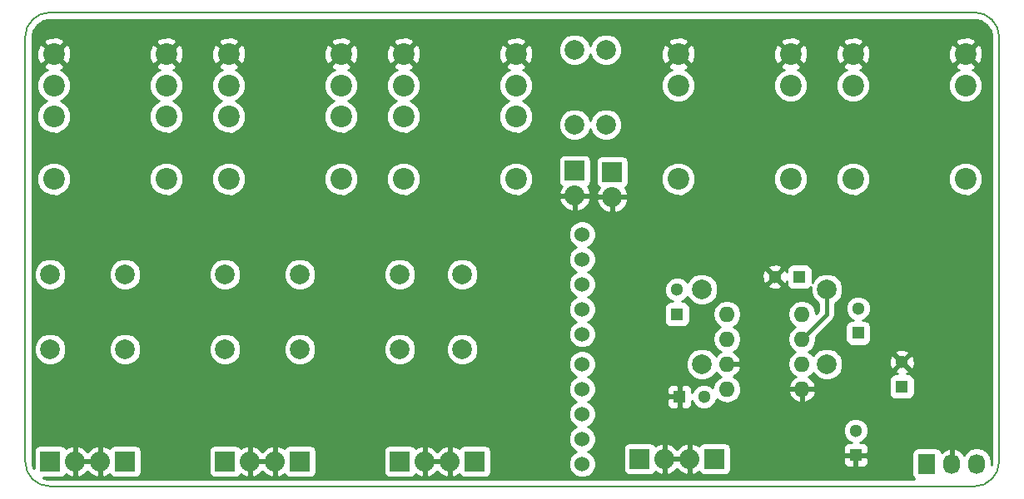
<source format=gbr>
G04 #@! TF.FileFunction,Copper,L2,Bot,Signal*
%FSLAX46Y46*%
G04 Gerber Fmt 4.6, Leading zero omitted, Abs format (unit mm)*
G04 Created by KiCad (PCBNEW 4.0.2-4+6225~38~ubuntu14.04.1-stable) date mer. 25 mai 2016 20:50:44 CEST*
%MOMM*%
G01*
G04 APERTURE LIST*
%ADD10C,0.100000*%
%ADD11C,0.150000*%
%ADD12C,1.524000*%
%ADD13C,2.200000*%
%ADD14R,1.300000X1.300000*%
%ADD15C,1.300000*%
%ADD16R,2.032000X2.032000*%
%ADD17O,2.032000X2.032000*%
%ADD18C,1.998980*%
%ADD19O,1.600000X1.600000*%
%ADD20R,1.727200X2.032000*%
%ADD21O,1.727200X2.032000*%
%ADD22C,0.250000*%
%ADD23C,0.400000*%
%ADD24C,0.254000*%
G04 APERTURE END LIST*
D10*
D11*
X104140000Y-132080000D02*
G75*
G03X106680000Y-134620000I2540000J0D01*
G01*
X200660000Y-134620000D02*
G75*
G03X203200000Y-132080000I0J2540000D01*
G01*
X203200000Y-88900000D02*
G75*
G03X200660000Y-86360000I-2540000J0D01*
G01*
X106680000Y-86360000D02*
G75*
G03X104140000Y-88900000I0J-2540000D01*
G01*
X104140000Y-132080000D02*
X104140000Y-88900000D01*
X200660000Y-134620000D02*
X106680000Y-134620000D01*
X203200000Y-88900000D02*
X203200000Y-132080000D01*
X106680000Y-86360000D02*
X200660000Y-86360000D01*
D12*
X160782000Y-122174000D03*
X160782000Y-124714000D03*
X160782000Y-127254000D03*
X160782000Y-129794000D03*
X160782000Y-132334000D03*
D13*
X118500000Y-93810000D03*
X107070000Y-103310000D03*
X107070000Y-96960000D03*
X107070000Y-90610000D03*
X118500000Y-103310000D03*
X118500000Y-90610000D03*
X118500000Y-96960000D03*
X107070000Y-93810000D03*
X136280000Y-93810000D03*
X124850000Y-103310000D03*
X124850000Y-96960000D03*
X124850000Y-90610000D03*
X136280000Y-103310000D03*
X136280000Y-90610000D03*
X136280000Y-96960000D03*
X124850000Y-93810000D03*
X154060000Y-93810000D03*
X142630000Y-103310000D03*
X142630000Y-96960000D03*
X142630000Y-90610000D03*
X154060000Y-103310000D03*
X154060000Y-90610000D03*
X154060000Y-96960000D03*
X142630000Y-93810000D03*
X199780000Y-93810000D03*
X188350000Y-103310000D03*
X188350000Y-90610000D03*
X199780000Y-103310000D03*
X199780000Y-90610000D03*
X188350000Y-93810000D03*
X182000000Y-93810000D03*
X170570000Y-103310000D03*
X170570000Y-90610000D03*
X182000000Y-103310000D03*
X182000000Y-90610000D03*
X170570000Y-93810000D03*
D14*
X170434000Y-117094000D03*
D15*
X170434000Y-114594000D03*
D14*
X188849000Y-118999000D03*
D15*
X188849000Y-116499000D03*
D16*
X166624000Y-131826000D03*
D17*
X169164000Y-131826000D03*
D16*
X174244000Y-131826000D03*
D17*
X171704000Y-131826000D03*
D16*
X106680000Y-132080000D03*
D17*
X109220000Y-132080000D03*
D16*
X114300000Y-132080000D03*
D17*
X111760000Y-132080000D03*
D16*
X124460000Y-132080000D03*
D17*
X127000000Y-132080000D03*
D16*
X132080000Y-132080000D03*
D17*
X129540000Y-132080000D03*
D16*
X142240000Y-132080000D03*
D17*
X144780000Y-132080000D03*
D16*
X149860000Y-132080000D03*
D17*
X147320000Y-132080000D03*
D18*
X106680000Y-120650000D03*
X106680000Y-113030000D03*
X114300000Y-120650000D03*
X114300000Y-113030000D03*
X124460000Y-120650000D03*
X124460000Y-113030000D03*
X132080000Y-120650000D03*
X132080000Y-113030000D03*
X142240000Y-120650000D03*
X142240000Y-113030000D03*
X148590000Y-120650000D03*
X148590000Y-113030000D03*
X160020000Y-97790000D03*
X160020000Y-90170000D03*
X163195000Y-97790000D03*
X163195000Y-90170000D03*
X172974000Y-122174000D03*
X172974000Y-114554000D03*
X185674000Y-122174000D03*
X185674000Y-114554000D03*
D12*
X160782000Y-108966000D03*
X160782000Y-111506000D03*
X160782000Y-114046000D03*
X160782000Y-116586000D03*
X160782000Y-119126000D03*
D19*
X175514000Y-117094000D03*
X175514000Y-119634000D03*
X175514000Y-122174000D03*
X175514000Y-124714000D03*
X183134000Y-124714000D03*
X183134000Y-122174000D03*
X183134000Y-119634000D03*
X183134000Y-117094000D03*
D15*
X193294000Y-121960000D03*
D14*
X193294000Y-124460000D03*
D15*
X188595000Y-128945000D03*
D14*
X188595000Y-131445000D03*
X182880000Y-113284000D03*
D15*
X180380000Y-113284000D03*
D14*
X170688000Y-125476000D03*
D15*
X173188000Y-125476000D03*
D20*
X195834000Y-132334000D03*
D21*
X198374000Y-132334000D03*
X200914000Y-132334000D03*
D16*
X163830000Y-102616000D03*
D17*
X163830000Y-105156000D03*
D16*
X160020000Y-102489000D03*
D17*
X160020000Y-105029000D03*
D22*
X124850000Y-96960000D02*
X124655000Y-96960000D01*
D23*
X183134000Y-119634000D02*
X185674000Y-117094000D01*
X185674000Y-117094000D02*
X185674000Y-114554000D01*
D24*
G36*
X201354989Y-87222152D02*
X201944170Y-87615830D01*
X202337848Y-88205011D01*
X202438000Y-88708509D01*
X202438000Y-132271491D01*
X202412600Y-132399185D01*
X202412600Y-132149255D01*
X202298526Y-131575766D01*
X201973670Y-131089585D01*
X201487489Y-130764729D01*
X200914000Y-130650655D01*
X200340511Y-130764729D01*
X199854330Y-131089585D01*
X199647539Y-131399069D01*
X199276036Y-130983268D01*
X198748791Y-130729291D01*
X198733026Y-130726642D01*
X198501000Y-130847783D01*
X198501000Y-132207000D01*
X198521000Y-132207000D01*
X198521000Y-132461000D01*
X198501000Y-132461000D01*
X198501000Y-132481000D01*
X198247000Y-132481000D01*
X198247000Y-132461000D01*
X198227000Y-132461000D01*
X198227000Y-132207000D01*
X198247000Y-132207000D01*
X198247000Y-130847783D01*
X198014974Y-130726642D01*
X197999209Y-130729291D01*
X197471964Y-130983268D01*
X197315093Y-131158845D01*
X197300762Y-131082683D01*
X197161690Y-130866559D01*
X196949490Y-130721569D01*
X196697600Y-130670560D01*
X194970400Y-130670560D01*
X194735083Y-130714838D01*
X194518959Y-130853910D01*
X194373969Y-131066110D01*
X194322960Y-131318000D01*
X194322960Y-133350000D01*
X194367238Y-133585317D01*
X194506310Y-133801441D01*
X194589087Y-133858000D01*
X106488509Y-133858000D01*
X105985011Y-133757848D01*
X105963448Y-133743440D01*
X107696000Y-133743440D01*
X107931317Y-133699162D01*
X108147441Y-133560090D01*
X108258840Y-133397052D01*
X108355182Y-133486385D01*
X108837056Y-133685975D01*
X109093000Y-133566836D01*
X109093000Y-132207000D01*
X109347000Y-132207000D01*
X109347000Y-133566836D01*
X109602944Y-133685975D01*
X110084818Y-133486385D01*
X110490000Y-133110679D01*
X110895182Y-133486385D01*
X111377056Y-133685975D01*
X111633000Y-133566836D01*
X111633000Y-132207000D01*
X109347000Y-132207000D01*
X109093000Y-132207000D01*
X109073000Y-132207000D01*
X109073000Y-131953000D01*
X109093000Y-131953000D01*
X109093000Y-130593164D01*
X109347000Y-130593164D01*
X109347000Y-131953000D01*
X111633000Y-131953000D01*
X111633000Y-130593164D01*
X111887000Y-130593164D01*
X111887000Y-131953000D01*
X111907000Y-131953000D01*
X111907000Y-132207000D01*
X111887000Y-132207000D01*
X111887000Y-133566836D01*
X112142944Y-133685975D01*
X112624818Y-133486385D01*
X112722398Y-133395903D01*
X112819910Y-133547441D01*
X113032110Y-133692431D01*
X113284000Y-133743440D01*
X115316000Y-133743440D01*
X115551317Y-133699162D01*
X115767441Y-133560090D01*
X115912431Y-133347890D01*
X115963440Y-133096000D01*
X115963440Y-131064000D01*
X122796560Y-131064000D01*
X122796560Y-133096000D01*
X122840838Y-133331317D01*
X122979910Y-133547441D01*
X123192110Y-133692431D01*
X123444000Y-133743440D01*
X125476000Y-133743440D01*
X125711317Y-133699162D01*
X125927441Y-133560090D01*
X126038840Y-133397052D01*
X126135182Y-133486385D01*
X126617056Y-133685975D01*
X126873000Y-133566836D01*
X126873000Y-132207000D01*
X127127000Y-132207000D01*
X127127000Y-133566836D01*
X127382944Y-133685975D01*
X127864818Y-133486385D01*
X128270000Y-133110679D01*
X128675182Y-133486385D01*
X129157056Y-133685975D01*
X129413000Y-133566836D01*
X129413000Y-132207000D01*
X127127000Y-132207000D01*
X126873000Y-132207000D01*
X126853000Y-132207000D01*
X126853000Y-131953000D01*
X126873000Y-131953000D01*
X126873000Y-130593164D01*
X127127000Y-130593164D01*
X127127000Y-131953000D01*
X129413000Y-131953000D01*
X129413000Y-130593164D01*
X129667000Y-130593164D01*
X129667000Y-131953000D01*
X129687000Y-131953000D01*
X129687000Y-132207000D01*
X129667000Y-132207000D01*
X129667000Y-133566836D01*
X129922944Y-133685975D01*
X130404818Y-133486385D01*
X130502398Y-133395903D01*
X130599910Y-133547441D01*
X130812110Y-133692431D01*
X131064000Y-133743440D01*
X133096000Y-133743440D01*
X133331317Y-133699162D01*
X133547441Y-133560090D01*
X133692431Y-133347890D01*
X133743440Y-133096000D01*
X133743440Y-131064000D01*
X140576560Y-131064000D01*
X140576560Y-133096000D01*
X140620838Y-133331317D01*
X140759910Y-133547441D01*
X140972110Y-133692431D01*
X141224000Y-133743440D01*
X143256000Y-133743440D01*
X143491317Y-133699162D01*
X143707441Y-133560090D01*
X143818840Y-133397052D01*
X143915182Y-133486385D01*
X144397056Y-133685975D01*
X144653000Y-133566836D01*
X144653000Y-132207000D01*
X144907000Y-132207000D01*
X144907000Y-133566836D01*
X145162944Y-133685975D01*
X145644818Y-133486385D01*
X146050000Y-133110679D01*
X146455182Y-133486385D01*
X146937056Y-133685975D01*
X147193000Y-133566836D01*
X147193000Y-132207000D01*
X144907000Y-132207000D01*
X144653000Y-132207000D01*
X144633000Y-132207000D01*
X144633000Y-131953000D01*
X144653000Y-131953000D01*
X144653000Y-130593164D01*
X144907000Y-130593164D01*
X144907000Y-131953000D01*
X147193000Y-131953000D01*
X147193000Y-130593164D01*
X147447000Y-130593164D01*
X147447000Y-131953000D01*
X147467000Y-131953000D01*
X147467000Y-132207000D01*
X147447000Y-132207000D01*
X147447000Y-133566836D01*
X147702944Y-133685975D01*
X148184818Y-133486385D01*
X148282398Y-133395903D01*
X148379910Y-133547441D01*
X148592110Y-133692431D01*
X148844000Y-133743440D01*
X150876000Y-133743440D01*
X151111317Y-133699162D01*
X151327441Y-133560090D01*
X151472431Y-133347890D01*
X151523440Y-133096000D01*
X151523440Y-131064000D01*
X151479162Y-130828683D01*
X151340090Y-130612559D01*
X151127890Y-130467569D01*
X150876000Y-130416560D01*
X148844000Y-130416560D01*
X148608683Y-130460838D01*
X148392559Y-130599910D01*
X148281160Y-130762948D01*
X148184818Y-130673615D01*
X147702944Y-130474025D01*
X147447000Y-130593164D01*
X147193000Y-130593164D01*
X146937056Y-130474025D01*
X146455182Y-130673615D01*
X146050000Y-131049321D01*
X145644818Y-130673615D01*
X145162944Y-130474025D01*
X144907000Y-130593164D01*
X144653000Y-130593164D01*
X144397056Y-130474025D01*
X143915182Y-130673615D01*
X143817602Y-130764097D01*
X143720090Y-130612559D01*
X143507890Y-130467569D01*
X143256000Y-130416560D01*
X141224000Y-130416560D01*
X140988683Y-130460838D01*
X140772559Y-130599910D01*
X140627569Y-130812110D01*
X140576560Y-131064000D01*
X133743440Y-131064000D01*
X133699162Y-130828683D01*
X133560090Y-130612559D01*
X133347890Y-130467569D01*
X133096000Y-130416560D01*
X131064000Y-130416560D01*
X130828683Y-130460838D01*
X130612559Y-130599910D01*
X130501160Y-130762948D01*
X130404818Y-130673615D01*
X129922944Y-130474025D01*
X129667000Y-130593164D01*
X129413000Y-130593164D01*
X129157056Y-130474025D01*
X128675182Y-130673615D01*
X128270000Y-131049321D01*
X127864818Y-130673615D01*
X127382944Y-130474025D01*
X127127000Y-130593164D01*
X126873000Y-130593164D01*
X126617056Y-130474025D01*
X126135182Y-130673615D01*
X126037602Y-130764097D01*
X125940090Y-130612559D01*
X125727890Y-130467569D01*
X125476000Y-130416560D01*
X123444000Y-130416560D01*
X123208683Y-130460838D01*
X122992559Y-130599910D01*
X122847569Y-130812110D01*
X122796560Y-131064000D01*
X115963440Y-131064000D01*
X115919162Y-130828683D01*
X115780090Y-130612559D01*
X115567890Y-130467569D01*
X115316000Y-130416560D01*
X113284000Y-130416560D01*
X113048683Y-130460838D01*
X112832559Y-130599910D01*
X112721160Y-130762948D01*
X112624818Y-130673615D01*
X112142944Y-130474025D01*
X111887000Y-130593164D01*
X111633000Y-130593164D01*
X111377056Y-130474025D01*
X110895182Y-130673615D01*
X110490000Y-131049321D01*
X110084818Y-130673615D01*
X109602944Y-130474025D01*
X109347000Y-130593164D01*
X109093000Y-130593164D01*
X108837056Y-130474025D01*
X108355182Y-130673615D01*
X108257602Y-130764097D01*
X108160090Y-130612559D01*
X107947890Y-130467569D01*
X107696000Y-130416560D01*
X105664000Y-130416560D01*
X105428683Y-130460838D01*
X105212559Y-130599910D01*
X105067569Y-130812110D01*
X105016560Y-131064000D01*
X105016560Y-132796552D01*
X105002152Y-132774989D01*
X104902000Y-132271491D01*
X104902000Y-122450661D01*
X159384758Y-122450661D01*
X159596990Y-122964303D01*
X159989630Y-123357629D01*
X160197512Y-123443949D01*
X159991697Y-123528990D01*
X159598371Y-123921630D01*
X159385243Y-124434900D01*
X159384758Y-124990661D01*
X159596990Y-125504303D01*
X159989630Y-125897629D01*
X160197512Y-125983949D01*
X159991697Y-126068990D01*
X159598371Y-126461630D01*
X159385243Y-126974900D01*
X159384758Y-127530661D01*
X159596990Y-128044303D01*
X159989630Y-128437629D01*
X160197512Y-128523949D01*
X159991697Y-128608990D01*
X159598371Y-129001630D01*
X159385243Y-129514900D01*
X159384758Y-130070661D01*
X159596990Y-130584303D01*
X159989630Y-130977629D01*
X160197512Y-131063949D01*
X159991697Y-131148990D01*
X159598371Y-131541630D01*
X159385243Y-132054900D01*
X159384758Y-132610661D01*
X159596990Y-133124303D01*
X159989630Y-133517629D01*
X160502900Y-133730757D01*
X161058661Y-133731242D01*
X161572303Y-133519010D01*
X161965629Y-133126370D01*
X162178757Y-132613100D01*
X162179242Y-132057339D01*
X161967010Y-131543697D01*
X161574370Y-131150371D01*
X161366488Y-131064051D01*
X161572303Y-130979010D01*
X161741608Y-130810000D01*
X164960560Y-130810000D01*
X164960560Y-132842000D01*
X165004838Y-133077317D01*
X165143910Y-133293441D01*
X165356110Y-133438431D01*
X165608000Y-133489440D01*
X167640000Y-133489440D01*
X167875317Y-133445162D01*
X168091441Y-133306090D01*
X168202840Y-133143052D01*
X168299182Y-133232385D01*
X168781056Y-133431975D01*
X169037000Y-133312836D01*
X169037000Y-131953000D01*
X169291000Y-131953000D01*
X169291000Y-133312836D01*
X169546944Y-133431975D01*
X170028818Y-133232385D01*
X170434000Y-132856679D01*
X170839182Y-133232385D01*
X171321056Y-133431975D01*
X171577000Y-133312836D01*
X171577000Y-131953000D01*
X169291000Y-131953000D01*
X169037000Y-131953000D01*
X169017000Y-131953000D01*
X169017000Y-131699000D01*
X169037000Y-131699000D01*
X169037000Y-130339164D01*
X169291000Y-130339164D01*
X169291000Y-131699000D01*
X171577000Y-131699000D01*
X171577000Y-130339164D01*
X171831000Y-130339164D01*
X171831000Y-131699000D01*
X171851000Y-131699000D01*
X171851000Y-131953000D01*
X171831000Y-131953000D01*
X171831000Y-133312836D01*
X172086944Y-133431975D01*
X172568818Y-133232385D01*
X172666398Y-133141903D01*
X172763910Y-133293441D01*
X172976110Y-133438431D01*
X173228000Y-133489440D01*
X175260000Y-133489440D01*
X175495317Y-133445162D01*
X175711441Y-133306090D01*
X175856431Y-133093890D01*
X175907440Y-132842000D01*
X175907440Y-131730750D01*
X187310000Y-131730750D01*
X187310000Y-132221309D01*
X187406673Y-132454698D01*
X187585301Y-132633327D01*
X187818690Y-132730000D01*
X188309250Y-132730000D01*
X188468000Y-132571250D01*
X188468000Y-131572000D01*
X188722000Y-131572000D01*
X188722000Y-132571250D01*
X188880750Y-132730000D01*
X189371310Y-132730000D01*
X189604699Y-132633327D01*
X189783327Y-132454698D01*
X189880000Y-132221309D01*
X189880000Y-131730750D01*
X189721250Y-131572000D01*
X188722000Y-131572000D01*
X188468000Y-131572000D01*
X187468750Y-131572000D01*
X187310000Y-131730750D01*
X175907440Y-131730750D01*
X175907440Y-130810000D01*
X175863162Y-130574683D01*
X175724090Y-130358559D01*
X175511890Y-130213569D01*
X175260000Y-130162560D01*
X173228000Y-130162560D01*
X172992683Y-130206838D01*
X172776559Y-130345910D01*
X172665160Y-130508948D01*
X172568818Y-130419615D01*
X172086944Y-130220025D01*
X171831000Y-130339164D01*
X171577000Y-130339164D01*
X171321056Y-130220025D01*
X170839182Y-130419615D01*
X170434000Y-130795321D01*
X170028818Y-130419615D01*
X169546944Y-130220025D01*
X169291000Y-130339164D01*
X169037000Y-130339164D01*
X168781056Y-130220025D01*
X168299182Y-130419615D01*
X168201602Y-130510097D01*
X168104090Y-130358559D01*
X167891890Y-130213569D01*
X167640000Y-130162560D01*
X165608000Y-130162560D01*
X165372683Y-130206838D01*
X165156559Y-130345910D01*
X165011569Y-130558110D01*
X164960560Y-130810000D01*
X161741608Y-130810000D01*
X161965629Y-130586370D01*
X162178757Y-130073100D01*
X162179242Y-129517339D01*
X162047907Y-129199481D01*
X187309777Y-129199481D01*
X187504995Y-129671943D01*
X187866155Y-130033735D01*
X188170235Y-130160000D01*
X187818690Y-130160000D01*
X187585301Y-130256673D01*
X187406673Y-130435302D01*
X187310000Y-130668691D01*
X187310000Y-131159250D01*
X187468750Y-131318000D01*
X188468000Y-131318000D01*
X188468000Y-131298000D01*
X188722000Y-131298000D01*
X188722000Y-131318000D01*
X189721250Y-131318000D01*
X189880000Y-131159250D01*
X189880000Y-130668691D01*
X189783327Y-130435302D01*
X189604699Y-130256673D01*
X189371310Y-130160000D01*
X189019433Y-130160000D01*
X189321943Y-130035005D01*
X189683735Y-129673845D01*
X189879777Y-129201724D01*
X189880223Y-128690519D01*
X189685005Y-128218057D01*
X189323845Y-127856265D01*
X188851724Y-127660223D01*
X188340519Y-127659777D01*
X187868057Y-127854995D01*
X187506265Y-128216155D01*
X187310223Y-128688276D01*
X187309777Y-129199481D01*
X162047907Y-129199481D01*
X161967010Y-129003697D01*
X161574370Y-128610371D01*
X161366488Y-128524051D01*
X161572303Y-128439010D01*
X161965629Y-128046370D01*
X162178757Y-127533100D01*
X162179242Y-126977339D01*
X161967010Y-126463697D01*
X161574370Y-126070371D01*
X161366488Y-125984051D01*
X161572303Y-125899010D01*
X161709802Y-125761750D01*
X169403000Y-125761750D01*
X169403000Y-126252310D01*
X169499673Y-126485699D01*
X169678302Y-126664327D01*
X169911691Y-126761000D01*
X170402250Y-126761000D01*
X170561000Y-126602250D01*
X170561000Y-125603000D01*
X169561750Y-125603000D01*
X169403000Y-125761750D01*
X161709802Y-125761750D01*
X161965629Y-125506370D01*
X162178757Y-124993100D01*
X162179013Y-124699690D01*
X169403000Y-124699690D01*
X169403000Y-125190250D01*
X169561750Y-125349000D01*
X170561000Y-125349000D01*
X170561000Y-124349750D01*
X170815000Y-124349750D01*
X170815000Y-125349000D01*
X170835000Y-125349000D01*
X170835000Y-125603000D01*
X170815000Y-125603000D01*
X170815000Y-126602250D01*
X170973750Y-126761000D01*
X171464309Y-126761000D01*
X171697698Y-126664327D01*
X171876327Y-126485699D01*
X171973000Y-126252310D01*
X171973000Y-125900433D01*
X172097995Y-126202943D01*
X172459155Y-126564735D01*
X172931276Y-126760777D01*
X173442481Y-126761223D01*
X173914943Y-126566005D01*
X174276735Y-126204845D01*
X174472777Y-125732724D01*
X174472780Y-125729761D01*
X174936736Y-126039767D01*
X175485887Y-126149000D01*
X175542113Y-126149000D01*
X176091264Y-126039767D01*
X176556811Y-125728698D01*
X176867880Y-125263151D01*
X176907684Y-125063039D01*
X181742096Y-125063039D01*
X181902959Y-125451423D01*
X182278866Y-125866389D01*
X182784959Y-126105914D01*
X183007000Y-125984629D01*
X183007000Y-124841000D01*
X183261000Y-124841000D01*
X183261000Y-125984629D01*
X183483041Y-126105914D01*
X183989134Y-125866389D01*
X184365041Y-125451423D01*
X184525904Y-125063039D01*
X184403915Y-124841000D01*
X183261000Y-124841000D01*
X183007000Y-124841000D01*
X181864085Y-124841000D01*
X181742096Y-125063039D01*
X176907684Y-125063039D01*
X176977113Y-124714000D01*
X176867880Y-124164849D01*
X176556811Y-123699302D01*
X176152297Y-123429014D01*
X176369134Y-123326389D01*
X176745041Y-122911423D01*
X176905904Y-122523039D01*
X176783915Y-122301000D01*
X175641000Y-122301000D01*
X175641000Y-122321000D01*
X175387000Y-122321000D01*
X175387000Y-122301000D01*
X175367000Y-122301000D01*
X175367000Y-122047000D01*
X175387000Y-122047000D01*
X175387000Y-122027000D01*
X175641000Y-122027000D01*
X175641000Y-122047000D01*
X176783915Y-122047000D01*
X176905904Y-121824961D01*
X176745041Y-121436577D01*
X176369134Y-121021611D01*
X176152297Y-120918986D01*
X176556811Y-120648698D01*
X176867880Y-120183151D01*
X176977113Y-119634000D01*
X176867880Y-119084849D01*
X176556811Y-118619302D01*
X176174725Y-118364000D01*
X176556811Y-118108698D01*
X176867880Y-117643151D01*
X176977113Y-117094000D01*
X176867880Y-116544849D01*
X176556811Y-116079302D01*
X176091264Y-115768233D01*
X175542113Y-115659000D01*
X175485887Y-115659000D01*
X174936736Y-115768233D01*
X174471189Y-116079302D01*
X174160120Y-116544849D01*
X174050887Y-117094000D01*
X174160120Y-117643151D01*
X174471189Y-118108698D01*
X174853275Y-118364000D01*
X174471189Y-118619302D01*
X174160120Y-119084849D01*
X174050887Y-119634000D01*
X174160120Y-120183151D01*
X174471189Y-120648698D01*
X174875703Y-120918986D01*
X174658866Y-121021611D01*
X174389314Y-121319171D01*
X174360462Y-121249345D01*
X173901073Y-120789154D01*
X173300547Y-120539794D01*
X172650306Y-120539226D01*
X172049345Y-120787538D01*
X171589154Y-121246927D01*
X171339794Y-121847453D01*
X171339226Y-122497694D01*
X171587538Y-123098655D01*
X172046927Y-123558846D01*
X172647453Y-123808206D01*
X173297694Y-123808774D01*
X173898655Y-123560462D01*
X174358846Y-123101073D01*
X174388992Y-123028473D01*
X174658866Y-123326389D01*
X174875703Y-123429014D01*
X174471189Y-123699302D01*
X174160120Y-124164849D01*
X174082809Y-124553519D01*
X173916845Y-124387265D01*
X173444724Y-124191223D01*
X172933519Y-124190777D01*
X172461057Y-124385995D01*
X172099265Y-124747155D01*
X171973000Y-125051235D01*
X171973000Y-124699690D01*
X171876327Y-124466301D01*
X171697698Y-124287673D01*
X171464309Y-124191000D01*
X170973750Y-124191000D01*
X170815000Y-124349750D01*
X170561000Y-124349750D01*
X170402250Y-124191000D01*
X169911691Y-124191000D01*
X169678302Y-124287673D01*
X169499673Y-124466301D01*
X169403000Y-124699690D01*
X162179013Y-124699690D01*
X162179242Y-124437339D01*
X161967010Y-123923697D01*
X161574370Y-123530371D01*
X161366488Y-123444051D01*
X161572303Y-123359010D01*
X161965629Y-122966370D01*
X162178757Y-122453100D01*
X162179242Y-121897339D01*
X161967010Y-121383697D01*
X161574370Y-120990371D01*
X161061100Y-120777243D01*
X160505339Y-120776758D01*
X159991697Y-120988990D01*
X159598371Y-121381630D01*
X159385243Y-121894900D01*
X159384758Y-122450661D01*
X104902000Y-122450661D01*
X104902000Y-120973694D01*
X105045226Y-120973694D01*
X105293538Y-121574655D01*
X105752927Y-122034846D01*
X106353453Y-122284206D01*
X107003694Y-122284774D01*
X107604655Y-122036462D01*
X108064846Y-121577073D01*
X108314206Y-120976547D01*
X108314208Y-120973694D01*
X112665226Y-120973694D01*
X112913538Y-121574655D01*
X113372927Y-122034846D01*
X113973453Y-122284206D01*
X114623694Y-122284774D01*
X115224655Y-122036462D01*
X115684846Y-121577073D01*
X115934206Y-120976547D01*
X115934208Y-120973694D01*
X122825226Y-120973694D01*
X123073538Y-121574655D01*
X123532927Y-122034846D01*
X124133453Y-122284206D01*
X124783694Y-122284774D01*
X125384655Y-122036462D01*
X125844846Y-121577073D01*
X126094206Y-120976547D01*
X126094208Y-120973694D01*
X130445226Y-120973694D01*
X130693538Y-121574655D01*
X131152927Y-122034846D01*
X131753453Y-122284206D01*
X132403694Y-122284774D01*
X133004655Y-122036462D01*
X133464846Y-121577073D01*
X133714206Y-120976547D01*
X133714208Y-120973694D01*
X140605226Y-120973694D01*
X140853538Y-121574655D01*
X141312927Y-122034846D01*
X141913453Y-122284206D01*
X142563694Y-122284774D01*
X143164655Y-122036462D01*
X143624846Y-121577073D01*
X143874206Y-120976547D01*
X143874208Y-120973694D01*
X146955226Y-120973694D01*
X147203538Y-121574655D01*
X147662927Y-122034846D01*
X148263453Y-122284206D01*
X148913694Y-122284774D01*
X149514655Y-122036462D01*
X149974846Y-121577073D01*
X150224206Y-120976547D01*
X150224774Y-120326306D01*
X149976462Y-119725345D01*
X149517073Y-119265154D01*
X148916547Y-119015794D01*
X148266306Y-119015226D01*
X147665345Y-119263538D01*
X147205154Y-119722927D01*
X146955794Y-120323453D01*
X146955226Y-120973694D01*
X143874208Y-120973694D01*
X143874774Y-120326306D01*
X143626462Y-119725345D01*
X143167073Y-119265154D01*
X142566547Y-119015794D01*
X141916306Y-119015226D01*
X141315345Y-119263538D01*
X140855154Y-119722927D01*
X140605794Y-120323453D01*
X140605226Y-120973694D01*
X133714208Y-120973694D01*
X133714774Y-120326306D01*
X133466462Y-119725345D01*
X133007073Y-119265154D01*
X132406547Y-119015794D01*
X131756306Y-119015226D01*
X131155345Y-119263538D01*
X130695154Y-119722927D01*
X130445794Y-120323453D01*
X130445226Y-120973694D01*
X126094208Y-120973694D01*
X126094774Y-120326306D01*
X125846462Y-119725345D01*
X125387073Y-119265154D01*
X124786547Y-119015794D01*
X124136306Y-119015226D01*
X123535345Y-119263538D01*
X123075154Y-119722927D01*
X122825794Y-120323453D01*
X122825226Y-120973694D01*
X115934208Y-120973694D01*
X115934774Y-120326306D01*
X115686462Y-119725345D01*
X115227073Y-119265154D01*
X114626547Y-119015794D01*
X113976306Y-119015226D01*
X113375345Y-119263538D01*
X112915154Y-119722927D01*
X112665794Y-120323453D01*
X112665226Y-120973694D01*
X108314208Y-120973694D01*
X108314774Y-120326306D01*
X108066462Y-119725345D01*
X107607073Y-119265154D01*
X107006547Y-119015794D01*
X106356306Y-119015226D01*
X105755345Y-119263538D01*
X105295154Y-119722927D01*
X105045794Y-120323453D01*
X105045226Y-120973694D01*
X104902000Y-120973694D01*
X104902000Y-113353694D01*
X105045226Y-113353694D01*
X105293538Y-113954655D01*
X105752927Y-114414846D01*
X106353453Y-114664206D01*
X107003694Y-114664774D01*
X107604655Y-114416462D01*
X108064846Y-113957073D01*
X108314206Y-113356547D01*
X108314208Y-113353694D01*
X112665226Y-113353694D01*
X112913538Y-113954655D01*
X113372927Y-114414846D01*
X113973453Y-114664206D01*
X114623694Y-114664774D01*
X115224655Y-114416462D01*
X115684846Y-113957073D01*
X115934206Y-113356547D01*
X115934208Y-113353694D01*
X122825226Y-113353694D01*
X123073538Y-113954655D01*
X123532927Y-114414846D01*
X124133453Y-114664206D01*
X124783694Y-114664774D01*
X125384655Y-114416462D01*
X125844846Y-113957073D01*
X126094206Y-113356547D01*
X126094208Y-113353694D01*
X130445226Y-113353694D01*
X130693538Y-113954655D01*
X131152927Y-114414846D01*
X131753453Y-114664206D01*
X132403694Y-114664774D01*
X133004655Y-114416462D01*
X133464846Y-113957073D01*
X133714206Y-113356547D01*
X133714208Y-113353694D01*
X140605226Y-113353694D01*
X140853538Y-113954655D01*
X141312927Y-114414846D01*
X141913453Y-114664206D01*
X142563694Y-114664774D01*
X143164655Y-114416462D01*
X143624846Y-113957073D01*
X143874206Y-113356547D01*
X143874208Y-113353694D01*
X146955226Y-113353694D01*
X147203538Y-113954655D01*
X147662927Y-114414846D01*
X148263453Y-114664206D01*
X148913694Y-114664774D01*
X149514655Y-114416462D01*
X149974846Y-113957073D01*
X150224206Y-113356547D01*
X150224774Y-112706306D01*
X149976462Y-112105345D01*
X149517073Y-111645154D01*
X148916547Y-111395794D01*
X148266306Y-111395226D01*
X147665345Y-111643538D01*
X147205154Y-112102927D01*
X146955794Y-112703453D01*
X146955226Y-113353694D01*
X143874208Y-113353694D01*
X143874774Y-112706306D01*
X143626462Y-112105345D01*
X143167073Y-111645154D01*
X142566547Y-111395794D01*
X141916306Y-111395226D01*
X141315345Y-111643538D01*
X140855154Y-112102927D01*
X140605794Y-112703453D01*
X140605226Y-113353694D01*
X133714208Y-113353694D01*
X133714774Y-112706306D01*
X133466462Y-112105345D01*
X133007073Y-111645154D01*
X132406547Y-111395794D01*
X131756306Y-111395226D01*
X131155345Y-111643538D01*
X130695154Y-112102927D01*
X130445794Y-112703453D01*
X130445226Y-113353694D01*
X126094208Y-113353694D01*
X126094774Y-112706306D01*
X125846462Y-112105345D01*
X125387073Y-111645154D01*
X124786547Y-111395794D01*
X124136306Y-111395226D01*
X123535345Y-111643538D01*
X123075154Y-112102927D01*
X122825794Y-112703453D01*
X122825226Y-113353694D01*
X115934208Y-113353694D01*
X115934774Y-112706306D01*
X115686462Y-112105345D01*
X115227073Y-111645154D01*
X114626547Y-111395794D01*
X113976306Y-111395226D01*
X113375345Y-111643538D01*
X112915154Y-112102927D01*
X112665794Y-112703453D01*
X112665226Y-113353694D01*
X108314208Y-113353694D01*
X108314774Y-112706306D01*
X108066462Y-112105345D01*
X107607073Y-111645154D01*
X107006547Y-111395794D01*
X106356306Y-111395226D01*
X105755345Y-111643538D01*
X105295154Y-112102927D01*
X105045794Y-112703453D01*
X105045226Y-113353694D01*
X104902000Y-113353694D01*
X104902000Y-109242661D01*
X159384758Y-109242661D01*
X159596990Y-109756303D01*
X159989630Y-110149629D01*
X160197512Y-110235949D01*
X159991697Y-110320990D01*
X159598371Y-110713630D01*
X159385243Y-111226900D01*
X159384758Y-111782661D01*
X159596990Y-112296303D01*
X159989630Y-112689629D01*
X160197512Y-112775949D01*
X159991697Y-112860990D01*
X159598371Y-113253630D01*
X159385243Y-113766900D01*
X159384758Y-114322661D01*
X159596990Y-114836303D01*
X159989630Y-115229629D01*
X160197512Y-115315949D01*
X159991697Y-115400990D01*
X159598371Y-115793630D01*
X159385243Y-116306900D01*
X159384758Y-116862661D01*
X159596990Y-117376303D01*
X159989630Y-117769629D01*
X160197512Y-117855949D01*
X159991697Y-117940990D01*
X159598371Y-118333630D01*
X159385243Y-118846900D01*
X159384758Y-119402661D01*
X159596990Y-119916303D01*
X159989630Y-120309629D01*
X160502900Y-120522757D01*
X161058661Y-120523242D01*
X161572303Y-120311010D01*
X161965629Y-119918370D01*
X162178757Y-119405100D01*
X162179242Y-118849339D01*
X161967010Y-118335697D01*
X161574370Y-117942371D01*
X161366488Y-117856051D01*
X161572303Y-117771010D01*
X161965629Y-117378370D01*
X162178757Y-116865100D01*
X162179124Y-116444000D01*
X169136560Y-116444000D01*
X169136560Y-117744000D01*
X169180838Y-117979317D01*
X169319910Y-118195441D01*
X169532110Y-118340431D01*
X169784000Y-118391440D01*
X171084000Y-118391440D01*
X171319317Y-118347162D01*
X171535441Y-118208090D01*
X171680431Y-117995890D01*
X171731440Y-117744000D01*
X171731440Y-116444000D01*
X171687162Y-116208683D01*
X171548090Y-115992559D01*
X171335890Y-115847569D01*
X171084000Y-115796560D01*
X170888540Y-115796560D01*
X171160943Y-115684005D01*
X171522735Y-115322845D01*
X171522947Y-115322334D01*
X171587538Y-115478655D01*
X172046927Y-115938846D01*
X172647453Y-116188206D01*
X173297694Y-116188774D01*
X173898655Y-115940462D01*
X174358846Y-115481073D01*
X174608206Y-114880547D01*
X174608774Y-114230306D01*
X174589235Y-114183016D01*
X179660590Y-114183016D01*
X179716271Y-114413611D01*
X180199078Y-114581622D01*
X180709428Y-114552083D01*
X181043729Y-114413611D01*
X181099410Y-114183016D01*
X180380000Y-113463605D01*
X179660590Y-114183016D01*
X174589235Y-114183016D01*
X174360462Y-113629345D01*
X173901073Y-113169154D01*
X173741945Y-113103078D01*
X179082378Y-113103078D01*
X179111917Y-113613428D01*
X179250389Y-113947729D01*
X179480984Y-114003410D01*
X180200395Y-113284000D01*
X180559605Y-113284000D01*
X181279016Y-114003410D01*
X181509611Y-113947729D01*
X181582560Y-113738098D01*
X181582560Y-113934000D01*
X181626838Y-114169317D01*
X181765910Y-114385441D01*
X181978110Y-114530431D01*
X182230000Y-114581440D01*
X183530000Y-114581440D01*
X183765317Y-114537162D01*
X183981441Y-114398090D01*
X184039719Y-114312797D01*
X184039226Y-114877694D01*
X184287538Y-115478655D01*
X184746927Y-115938846D01*
X184839000Y-115977078D01*
X184839000Y-116748132D01*
X184579861Y-117007271D01*
X184487880Y-116544849D01*
X184176811Y-116079302D01*
X183711264Y-115768233D01*
X183162113Y-115659000D01*
X183105887Y-115659000D01*
X182556736Y-115768233D01*
X182091189Y-116079302D01*
X181780120Y-116544849D01*
X181670887Y-117094000D01*
X181780120Y-117643151D01*
X182091189Y-118108698D01*
X182473275Y-118364000D01*
X182091189Y-118619302D01*
X181780120Y-119084849D01*
X181670887Y-119634000D01*
X181780120Y-120183151D01*
X182091189Y-120648698D01*
X182473275Y-120904000D01*
X182091189Y-121159302D01*
X181780120Y-121624849D01*
X181670887Y-122174000D01*
X181780120Y-122723151D01*
X182091189Y-123188698D01*
X182495703Y-123458986D01*
X182278866Y-123561611D01*
X181902959Y-123976577D01*
X181742096Y-124364961D01*
X181864085Y-124587000D01*
X183007000Y-124587000D01*
X183007000Y-124567000D01*
X183261000Y-124567000D01*
X183261000Y-124587000D01*
X184403915Y-124587000D01*
X184525904Y-124364961D01*
X184365041Y-123976577D01*
X184214144Y-123810000D01*
X191996560Y-123810000D01*
X191996560Y-125110000D01*
X192040838Y-125345317D01*
X192179910Y-125561441D01*
X192392110Y-125706431D01*
X192644000Y-125757440D01*
X193944000Y-125757440D01*
X194179317Y-125713162D01*
X194395441Y-125574090D01*
X194540431Y-125361890D01*
X194591440Y-125110000D01*
X194591440Y-123810000D01*
X194547162Y-123574683D01*
X194408090Y-123358559D01*
X194195890Y-123213569D01*
X193944000Y-123162560D01*
X193781615Y-123162560D01*
X193957729Y-123089611D01*
X194013410Y-122859016D01*
X193294000Y-122139605D01*
X192574590Y-122859016D01*
X192630271Y-123089611D01*
X192839902Y-123162560D01*
X192644000Y-123162560D01*
X192408683Y-123206838D01*
X192192559Y-123345910D01*
X192047569Y-123558110D01*
X191996560Y-123810000D01*
X184214144Y-123810000D01*
X183989134Y-123561611D01*
X183772297Y-123458986D01*
X184176811Y-123188698D01*
X184268218Y-123051898D01*
X184287538Y-123098655D01*
X184746927Y-123558846D01*
X185347453Y-123808206D01*
X185997694Y-123808774D01*
X186598655Y-123560462D01*
X187058846Y-123101073D01*
X187308206Y-122500547D01*
X187308774Y-121850306D01*
X187279344Y-121779078D01*
X191996378Y-121779078D01*
X192025917Y-122289428D01*
X192164389Y-122623729D01*
X192394984Y-122679410D01*
X193114395Y-121960000D01*
X193473605Y-121960000D01*
X194193016Y-122679410D01*
X194423611Y-122623729D01*
X194591622Y-122140922D01*
X194562083Y-121630572D01*
X194423611Y-121296271D01*
X194193016Y-121240590D01*
X193473605Y-121960000D01*
X193114395Y-121960000D01*
X192394984Y-121240590D01*
X192164389Y-121296271D01*
X191996378Y-121779078D01*
X187279344Y-121779078D01*
X187060462Y-121249345D01*
X186872430Y-121060984D01*
X192574590Y-121060984D01*
X193294000Y-121780395D01*
X194013410Y-121060984D01*
X193957729Y-120830389D01*
X193474922Y-120662378D01*
X192964572Y-120691917D01*
X192630271Y-120830389D01*
X192574590Y-121060984D01*
X186872430Y-121060984D01*
X186601073Y-120789154D01*
X186000547Y-120539794D01*
X185350306Y-120539226D01*
X184749345Y-120787538D01*
X184289154Y-121246927D01*
X184268537Y-121296579D01*
X184176811Y-121159302D01*
X183794725Y-120904000D01*
X184176811Y-120648698D01*
X184487880Y-120183151D01*
X184597113Y-119634000D01*
X184550286Y-119398582D01*
X185599868Y-118349000D01*
X187551560Y-118349000D01*
X187551560Y-119649000D01*
X187595838Y-119884317D01*
X187734910Y-120100441D01*
X187947110Y-120245431D01*
X188199000Y-120296440D01*
X189499000Y-120296440D01*
X189734317Y-120252162D01*
X189950441Y-120113090D01*
X190095431Y-119900890D01*
X190146440Y-119649000D01*
X190146440Y-118349000D01*
X190102162Y-118113683D01*
X189963090Y-117897559D01*
X189750890Y-117752569D01*
X189499000Y-117701560D01*
X189303540Y-117701560D01*
X189575943Y-117589005D01*
X189937735Y-117227845D01*
X190133777Y-116755724D01*
X190134223Y-116244519D01*
X189939005Y-115772057D01*
X189577845Y-115410265D01*
X189105724Y-115214223D01*
X188594519Y-115213777D01*
X188122057Y-115408995D01*
X187760265Y-115770155D01*
X187564223Y-116242276D01*
X187563777Y-116753481D01*
X187758995Y-117225943D01*
X188120155Y-117587735D01*
X188394276Y-117701560D01*
X188199000Y-117701560D01*
X187963683Y-117745838D01*
X187747559Y-117884910D01*
X187602569Y-118097110D01*
X187551560Y-118349000D01*
X185599868Y-118349000D01*
X186264434Y-117684434D01*
X186292018Y-117643151D01*
X186445439Y-117413541D01*
X186509000Y-117094000D01*
X186509000Y-115977507D01*
X186598655Y-115940462D01*
X187058846Y-115481073D01*
X187308206Y-114880547D01*
X187308774Y-114230306D01*
X187060462Y-113629345D01*
X186601073Y-113169154D01*
X186000547Y-112919794D01*
X185350306Y-112919226D01*
X184749345Y-113167538D01*
X184289154Y-113626927D01*
X184177440Y-113895964D01*
X184177440Y-112634000D01*
X184133162Y-112398683D01*
X183994090Y-112182559D01*
X183781890Y-112037569D01*
X183530000Y-111986560D01*
X182230000Y-111986560D01*
X181994683Y-112030838D01*
X181778559Y-112169910D01*
X181633569Y-112382110D01*
X181582560Y-112634000D01*
X181582560Y-112796385D01*
X181509611Y-112620271D01*
X181279016Y-112564590D01*
X180559605Y-113284000D01*
X180200395Y-113284000D01*
X179480984Y-112564590D01*
X179250389Y-112620271D01*
X179082378Y-113103078D01*
X173741945Y-113103078D01*
X173300547Y-112919794D01*
X172650306Y-112919226D01*
X172049345Y-113167538D01*
X171589154Y-113626927D01*
X171499596Y-113842606D01*
X171162845Y-113505265D01*
X170690724Y-113309223D01*
X170179519Y-113308777D01*
X169707057Y-113503995D01*
X169345265Y-113865155D01*
X169149223Y-114337276D01*
X169148777Y-114848481D01*
X169343995Y-115320943D01*
X169705155Y-115682735D01*
X169979276Y-115796560D01*
X169784000Y-115796560D01*
X169548683Y-115840838D01*
X169332559Y-115979910D01*
X169187569Y-116192110D01*
X169136560Y-116444000D01*
X162179124Y-116444000D01*
X162179242Y-116309339D01*
X161967010Y-115795697D01*
X161574370Y-115402371D01*
X161366488Y-115316051D01*
X161572303Y-115231010D01*
X161965629Y-114838370D01*
X162178757Y-114325100D01*
X162179242Y-113769339D01*
X161967010Y-113255697D01*
X161574370Y-112862371D01*
X161366488Y-112776051D01*
X161572303Y-112691010D01*
X161878863Y-112384984D01*
X179660590Y-112384984D01*
X180380000Y-113104395D01*
X181099410Y-112384984D01*
X181043729Y-112154389D01*
X180560922Y-111986378D01*
X180050572Y-112015917D01*
X179716271Y-112154389D01*
X179660590Y-112384984D01*
X161878863Y-112384984D01*
X161965629Y-112298370D01*
X162178757Y-111785100D01*
X162179242Y-111229339D01*
X161967010Y-110715697D01*
X161574370Y-110322371D01*
X161366488Y-110236051D01*
X161572303Y-110151010D01*
X161965629Y-109758370D01*
X162178757Y-109245100D01*
X162179242Y-108689339D01*
X161967010Y-108175697D01*
X161574370Y-107782371D01*
X161061100Y-107569243D01*
X160505339Y-107568758D01*
X159991697Y-107780990D01*
X159598371Y-108173630D01*
X159385243Y-108686900D01*
X159384758Y-109242661D01*
X104902000Y-109242661D01*
X104902000Y-105411944D01*
X158414025Y-105411944D01*
X158613615Y-105893818D01*
X159051621Y-106366188D01*
X159637054Y-106634983D01*
X159893000Y-106516367D01*
X159893000Y-105156000D01*
X160147000Y-105156000D01*
X160147000Y-106516367D01*
X160402946Y-106634983D01*
X160988379Y-106366188D01*
X161426385Y-105893818D01*
X161573372Y-105538944D01*
X162224025Y-105538944D01*
X162423615Y-106020818D01*
X162861621Y-106493188D01*
X163447054Y-106761983D01*
X163703000Y-106643367D01*
X163703000Y-105283000D01*
X163957000Y-105283000D01*
X163957000Y-106643367D01*
X164212946Y-106761983D01*
X164798379Y-106493188D01*
X165236385Y-106020818D01*
X165435975Y-105538944D01*
X165316836Y-105283000D01*
X163957000Y-105283000D01*
X163703000Y-105283000D01*
X162343164Y-105283000D01*
X162224025Y-105538944D01*
X161573372Y-105538944D01*
X161625975Y-105411944D01*
X161506836Y-105156000D01*
X160147000Y-105156000D01*
X159893000Y-105156000D01*
X158533164Y-105156000D01*
X158414025Y-105411944D01*
X104902000Y-105411944D01*
X104902000Y-103653599D01*
X105334699Y-103653599D01*
X105598281Y-104291515D01*
X106085918Y-104780004D01*
X106723373Y-105044699D01*
X107413599Y-105045301D01*
X108051515Y-104781719D01*
X108540004Y-104294082D01*
X108804699Y-103656627D01*
X108804701Y-103653599D01*
X116764699Y-103653599D01*
X117028281Y-104291515D01*
X117515918Y-104780004D01*
X118153373Y-105044699D01*
X118843599Y-105045301D01*
X119481515Y-104781719D01*
X119970004Y-104294082D01*
X120234699Y-103656627D01*
X120234701Y-103653599D01*
X123114699Y-103653599D01*
X123378281Y-104291515D01*
X123865918Y-104780004D01*
X124503373Y-105044699D01*
X125193599Y-105045301D01*
X125831515Y-104781719D01*
X126320004Y-104294082D01*
X126584699Y-103656627D01*
X126584701Y-103653599D01*
X134544699Y-103653599D01*
X134808281Y-104291515D01*
X135295918Y-104780004D01*
X135933373Y-105044699D01*
X136623599Y-105045301D01*
X137261515Y-104781719D01*
X137750004Y-104294082D01*
X138014699Y-103656627D01*
X138014701Y-103653599D01*
X140894699Y-103653599D01*
X141158281Y-104291515D01*
X141645918Y-104780004D01*
X142283373Y-105044699D01*
X142973599Y-105045301D01*
X143611515Y-104781719D01*
X144100004Y-104294082D01*
X144364699Y-103656627D01*
X144364701Y-103653599D01*
X152324699Y-103653599D01*
X152588281Y-104291515D01*
X153075918Y-104780004D01*
X153713373Y-105044699D01*
X154403599Y-105045301D01*
X155041515Y-104781719D01*
X155530004Y-104294082D01*
X155794699Y-103656627D01*
X155795301Y-102966401D01*
X155531719Y-102328485D01*
X155044082Y-101839996D01*
X154406627Y-101575301D01*
X153716401Y-101574699D01*
X153078485Y-101838281D01*
X152589996Y-102325918D01*
X152325301Y-102963373D01*
X152324699Y-103653599D01*
X144364701Y-103653599D01*
X144365301Y-102966401D01*
X144101719Y-102328485D01*
X143614082Y-101839996D01*
X142976627Y-101575301D01*
X142286401Y-101574699D01*
X141648485Y-101838281D01*
X141159996Y-102325918D01*
X140895301Y-102963373D01*
X140894699Y-103653599D01*
X138014701Y-103653599D01*
X138015301Y-102966401D01*
X137751719Y-102328485D01*
X137264082Y-101839996D01*
X136626627Y-101575301D01*
X135936401Y-101574699D01*
X135298485Y-101838281D01*
X134809996Y-102325918D01*
X134545301Y-102963373D01*
X134544699Y-103653599D01*
X126584701Y-103653599D01*
X126585301Y-102966401D01*
X126321719Y-102328485D01*
X125834082Y-101839996D01*
X125196627Y-101575301D01*
X124506401Y-101574699D01*
X123868485Y-101838281D01*
X123379996Y-102325918D01*
X123115301Y-102963373D01*
X123114699Y-103653599D01*
X120234701Y-103653599D01*
X120235301Y-102966401D01*
X119971719Y-102328485D01*
X119484082Y-101839996D01*
X118846627Y-101575301D01*
X118156401Y-101574699D01*
X117518485Y-101838281D01*
X117029996Y-102325918D01*
X116765301Y-102963373D01*
X116764699Y-103653599D01*
X108804701Y-103653599D01*
X108805301Y-102966401D01*
X108541719Y-102328485D01*
X108054082Y-101839996D01*
X107416627Y-101575301D01*
X106726401Y-101574699D01*
X106088485Y-101838281D01*
X105599996Y-102325918D01*
X105335301Y-102963373D01*
X105334699Y-103653599D01*
X104902000Y-103653599D01*
X104902000Y-101473000D01*
X158356560Y-101473000D01*
X158356560Y-103505000D01*
X158400838Y-103740317D01*
X158539910Y-103956441D01*
X158702948Y-104067840D01*
X158613615Y-104164182D01*
X158414025Y-104646056D01*
X158533164Y-104902000D01*
X159893000Y-104902000D01*
X159893000Y-104882000D01*
X160147000Y-104882000D01*
X160147000Y-104902000D01*
X161506836Y-104902000D01*
X161625975Y-104646056D01*
X161426385Y-104164182D01*
X161335903Y-104066602D01*
X161487441Y-103969090D01*
X161632431Y-103756890D01*
X161683440Y-103505000D01*
X161683440Y-101600000D01*
X162166560Y-101600000D01*
X162166560Y-103632000D01*
X162210838Y-103867317D01*
X162349910Y-104083441D01*
X162512948Y-104194840D01*
X162423615Y-104291182D01*
X162224025Y-104773056D01*
X162343164Y-105029000D01*
X163703000Y-105029000D01*
X163703000Y-105009000D01*
X163957000Y-105009000D01*
X163957000Y-105029000D01*
X165316836Y-105029000D01*
X165435975Y-104773056D01*
X165236385Y-104291182D01*
X165145903Y-104193602D01*
X165297441Y-104096090D01*
X165442431Y-103883890D01*
X165489066Y-103653599D01*
X168834699Y-103653599D01*
X169098281Y-104291515D01*
X169585918Y-104780004D01*
X170223373Y-105044699D01*
X170913599Y-105045301D01*
X171551515Y-104781719D01*
X172040004Y-104294082D01*
X172304699Y-103656627D01*
X172304701Y-103653599D01*
X180264699Y-103653599D01*
X180528281Y-104291515D01*
X181015918Y-104780004D01*
X181653373Y-105044699D01*
X182343599Y-105045301D01*
X182981515Y-104781719D01*
X183470004Y-104294082D01*
X183734699Y-103656627D01*
X183734701Y-103653599D01*
X186614699Y-103653599D01*
X186878281Y-104291515D01*
X187365918Y-104780004D01*
X188003373Y-105044699D01*
X188693599Y-105045301D01*
X189331515Y-104781719D01*
X189820004Y-104294082D01*
X190084699Y-103656627D01*
X190084701Y-103653599D01*
X198044699Y-103653599D01*
X198308281Y-104291515D01*
X198795918Y-104780004D01*
X199433373Y-105044699D01*
X200123599Y-105045301D01*
X200761515Y-104781719D01*
X201250004Y-104294082D01*
X201514699Y-103656627D01*
X201515301Y-102966401D01*
X201251719Y-102328485D01*
X200764082Y-101839996D01*
X200126627Y-101575301D01*
X199436401Y-101574699D01*
X198798485Y-101838281D01*
X198309996Y-102325918D01*
X198045301Y-102963373D01*
X198044699Y-103653599D01*
X190084701Y-103653599D01*
X190085301Y-102966401D01*
X189821719Y-102328485D01*
X189334082Y-101839996D01*
X188696627Y-101575301D01*
X188006401Y-101574699D01*
X187368485Y-101838281D01*
X186879996Y-102325918D01*
X186615301Y-102963373D01*
X186614699Y-103653599D01*
X183734701Y-103653599D01*
X183735301Y-102966401D01*
X183471719Y-102328485D01*
X182984082Y-101839996D01*
X182346627Y-101575301D01*
X181656401Y-101574699D01*
X181018485Y-101838281D01*
X180529996Y-102325918D01*
X180265301Y-102963373D01*
X180264699Y-103653599D01*
X172304701Y-103653599D01*
X172305301Y-102966401D01*
X172041719Y-102328485D01*
X171554082Y-101839996D01*
X170916627Y-101575301D01*
X170226401Y-101574699D01*
X169588485Y-101838281D01*
X169099996Y-102325918D01*
X168835301Y-102963373D01*
X168834699Y-103653599D01*
X165489066Y-103653599D01*
X165493440Y-103632000D01*
X165493440Y-101600000D01*
X165449162Y-101364683D01*
X165310090Y-101148559D01*
X165097890Y-101003569D01*
X164846000Y-100952560D01*
X162814000Y-100952560D01*
X162578683Y-100996838D01*
X162362559Y-101135910D01*
X162217569Y-101348110D01*
X162166560Y-101600000D01*
X161683440Y-101600000D01*
X161683440Y-101473000D01*
X161639162Y-101237683D01*
X161500090Y-101021559D01*
X161287890Y-100876569D01*
X161036000Y-100825560D01*
X159004000Y-100825560D01*
X158768683Y-100869838D01*
X158552559Y-101008910D01*
X158407569Y-101221110D01*
X158356560Y-101473000D01*
X104902000Y-101473000D01*
X104902000Y-94153599D01*
X105334699Y-94153599D01*
X105598281Y-94791515D01*
X106085918Y-95280004D01*
X106338610Y-95384931D01*
X106088485Y-95488281D01*
X105599996Y-95975918D01*
X105335301Y-96613373D01*
X105334699Y-97303599D01*
X105598281Y-97941515D01*
X106085918Y-98430004D01*
X106723373Y-98694699D01*
X107413599Y-98695301D01*
X108051515Y-98431719D01*
X108540004Y-97944082D01*
X108804699Y-97306627D01*
X108805301Y-96616401D01*
X108541719Y-95978485D01*
X108054082Y-95489996D01*
X107801390Y-95385069D01*
X108051515Y-95281719D01*
X108540004Y-94794082D01*
X108804699Y-94156627D01*
X108804701Y-94153599D01*
X116764699Y-94153599D01*
X117028281Y-94791515D01*
X117515918Y-95280004D01*
X117768610Y-95384931D01*
X117518485Y-95488281D01*
X117029996Y-95975918D01*
X116765301Y-96613373D01*
X116764699Y-97303599D01*
X117028281Y-97941515D01*
X117515918Y-98430004D01*
X118153373Y-98694699D01*
X118843599Y-98695301D01*
X119481515Y-98431719D01*
X119970004Y-97944082D01*
X120234699Y-97306627D01*
X120235301Y-96616401D01*
X119971719Y-95978485D01*
X119484082Y-95489996D01*
X119231390Y-95385069D01*
X119481515Y-95281719D01*
X119970004Y-94794082D01*
X120234699Y-94156627D01*
X120234701Y-94153599D01*
X123114699Y-94153599D01*
X123378281Y-94791515D01*
X123865918Y-95280004D01*
X124118610Y-95384931D01*
X123868485Y-95488281D01*
X123379996Y-95975918D01*
X123115301Y-96613373D01*
X123114699Y-97303599D01*
X123378281Y-97941515D01*
X123865918Y-98430004D01*
X124503373Y-98694699D01*
X125193599Y-98695301D01*
X125831515Y-98431719D01*
X126320004Y-97944082D01*
X126584699Y-97306627D01*
X126585301Y-96616401D01*
X126321719Y-95978485D01*
X125834082Y-95489996D01*
X125581390Y-95385069D01*
X125831515Y-95281719D01*
X126320004Y-94794082D01*
X126584699Y-94156627D01*
X126584701Y-94153599D01*
X134544699Y-94153599D01*
X134808281Y-94791515D01*
X135295918Y-95280004D01*
X135548610Y-95384931D01*
X135298485Y-95488281D01*
X134809996Y-95975918D01*
X134545301Y-96613373D01*
X134544699Y-97303599D01*
X134808281Y-97941515D01*
X135295918Y-98430004D01*
X135933373Y-98694699D01*
X136623599Y-98695301D01*
X137261515Y-98431719D01*
X137750004Y-97944082D01*
X138014699Y-97306627D01*
X138015301Y-96616401D01*
X137751719Y-95978485D01*
X137264082Y-95489996D01*
X137011390Y-95385069D01*
X137261515Y-95281719D01*
X137750004Y-94794082D01*
X138014699Y-94156627D01*
X138014701Y-94153599D01*
X140894699Y-94153599D01*
X141158281Y-94791515D01*
X141645918Y-95280004D01*
X141898610Y-95384931D01*
X141648485Y-95488281D01*
X141159996Y-95975918D01*
X140895301Y-96613373D01*
X140894699Y-97303599D01*
X141158281Y-97941515D01*
X141645918Y-98430004D01*
X142283373Y-98694699D01*
X142973599Y-98695301D01*
X143611515Y-98431719D01*
X144100004Y-97944082D01*
X144364699Y-97306627D01*
X144365301Y-96616401D01*
X144101719Y-95978485D01*
X143614082Y-95489996D01*
X143361390Y-95385069D01*
X143611515Y-95281719D01*
X144100004Y-94794082D01*
X144364699Y-94156627D01*
X144364701Y-94153599D01*
X152324699Y-94153599D01*
X152588281Y-94791515D01*
X153075918Y-95280004D01*
X153328610Y-95384931D01*
X153078485Y-95488281D01*
X152589996Y-95975918D01*
X152325301Y-96613373D01*
X152324699Y-97303599D01*
X152588281Y-97941515D01*
X153075918Y-98430004D01*
X153713373Y-98694699D01*
X154403599Y-98695301D01*
X155041515Y-98431719D01*
X155360095Y-98113694D01*
X158385226Y-98113694D01*
X158633538Y-98714655D01*
X159092927Y-99174846D01*
X159693453Y-99424206D01*
X160343694Y-99424774D01*
X160944655Y-99176462D01*
X161404846Y-98717073D01*
X161607691Y-98228568D01*
X161808538Y-98714655D01*
X162267927Y-99174846D01*
X162868453Y-99424206D01*
X163518694Y-99424774D01*
X164119655Y-99176462D01*
X164579846Y-98717073D01*
X164829206Y-98116547D01*
X164829774Y-97466306D01*
X164581462Y-96865345D01*
X164122073Y-96405154D01*
X163521547Y-96155794D01*
X162871306Y-96155226D01*
X162270345Y-96403538D01*
X161810154Y-96862927D01*
X161607309Y-97351432D01*
X161406462Y-96865345D01*
X160947073Y-96405154D01*
X160346547Y-96155794D01*
X159696306Y-96155226D01*
X159095345Y-96403538D01*
X158635154Y-96862927D01*
X158385794Y-97463453D01*
X158385226Y-98113694D01*
X155360095Y-98113694D01*
X155530004Y-97944082D01*
X155794699Y-97306627D01*
X155795301Y-96616401D01*
X155531719Y-95978485D01*
X155044082Y-95489996D01*
X154791390Y-95385069D01*
X155041515Y-95281719D01*
X155530004Y-94794082D01*
X155794699Y-94156627D01*
X155794701Y-94153599D01*
X168834699Y-94153599D01*
X169098281Y-94791515D01*
X169585918Y-95280004D01*
X170223373Y-95544699D01*
X170913599Y-95545301D01*
X171551515Y-95281719D01*
X172040004Y-94794082D01*
X172304699Y-94156627D01*
X172304701Y-94153599D01*
X180264699Y-94153599D01*
X180528281Y-94791515D01*
X181015918Y-95280004D01*
X181653373Y-95544699D01*
X182343599Y-95545301D01*
X182981515Y-95281719D01*
X183470004Y-94794082D01*
X183734699Y-94156627D01*
X183734701Y-94153599D01*
X186614699Y-94153599D01*
X186878281Y-94791515D01*
X187365918Y-95280004D01*
X188003373Y-95544699D01*
X188693599Y-95545301D01*
X189331515Y-95281719D01*
X189820004Y-94794082D01*
X190084699Y-94156627D01*
X190084701Y-94153599D01*
X198044699Y-94153599D01*
X198308281Y-94791515D01*
X198795918Y-95280004D01*
X199433373Y-95544699D01*
X200123599Y-95545301D01*
X200761515Y-95281719D01*
X201250004Y-94794082D01*
X201514699Y-94156627D01*
X201515301Y-93466401D01*
X201251719Y-92828485D01*
X200764082Y-92339996D01*
X200464495Y-92215596D01*
X200714359Y-92112099D01*
X200825263Y-91834868D01*
X199780000Y-90789605D01*
X198734737Y-91834868D01*
X198845641Y-92112099D01*
X199107374Y-92210651D01*
X198798485Y-92338281D01*
X198309996Y-92825918D01*
X198045301Y-93463373D01*
X198044699Y-94153599D01*
X190084701Y-94153599D01*
X190085301Y-93466401D01*
X189821719Y-92828485D01*
X189334082Y-92339996D01*
X189034495Y-92215596D01*
X189284359Y-92112099D01*
X189395263Y-91834868D01*
X188350000Y-90789605D01*
X187304737Y-91834868D01*
X187415641Y-92112099D01*
X187677374Y-92210651D01*
X187368485Y-92338281D01*
X186879996Y-92825918D01*
X186615301Y-93463373D01*
X186614699Y-94153599D01*
X183734701Y-94153599D01*
X183735301Y-93466401D01*
X183471719Y-92828485D01*
X182984082Y-92339996D01*
X182684495Y-92215596D01*
X182934359Y-92112099D01*
X183045263Y-91834868D01*
X182000000Y-90789605D01*
X180954737Y-91834868D01*
X181065641Y-92112099D01*
X181327374Y-92210651D01*
X181018485Y-92338281D01*
X180529996Y-92825918D01*
X180265301Y-93463373D01*
X180264699Y-94153599D01*
X172304701Y-94153599D01*
X172305301Y-93466401D01*
X172041719Y-92828485D01*
X171554082Y-92339996D01*
X171254495Y-92215596D01*
X171504359Y-92112099D01*
X171615263Y-91834868D01*
X170570000Y-90789605D01*
X169524737Y-91834868D01*
X169635641Y-92112099D01*
X169897374Y-92210651D01*
X169588485Y-92338281D01*
X169099996Y-92825918D01*
X168835301Y-93463373D01*
X168834699Y-94153599D01*
X155794701Y-94153599D01*
X155795301Y-93466401D01*
X155531719Y-92828485D01*
X155044082Y-92339996D01*
X154744495Y-92215596D01*
X154994359Y-92112099D01*
X155105263Y-91834868D01*
X154060000Y-90789605D01*
X153014737Y-91834868D01*
X153125641Y-92112099D01*
X153387374Y-92210651D01*
X153078485Y-92338281D01*
X152589996Y-92825918D01*
X152325301Y-93463373D01*
X152324699Y-94153599D01*
X144364701Y-94153599D01*
X144365301Y-93466401D01*
X144101719Y-92828485D01*
X143614082Y-92339996D01*
X143314495Y-92215596D01*
X143564359Y-92112099D01*
X143675263Y-91834868D01*
X142630000Y-90789605D01*
X141584737Y-91834868D01*
X141695641Y-92112099D01*
X141957374Y-92210651D01*
X141648485Y-92338281D01*
X141159996Y-92825918D01*
X140895301Y-93463373D01*
X140894699Y-94153599D01*
X138014701Y-94153599D01*
X138015301Y-93466401D01*
X137751719Y-92828485D01*
X137264082Y-92339996D01*
X136964495Y-92215596D01*
X137214359Y-92112099D01*
X137325263Y-91834868D01*
X136280000Y-90789605D01*
X135234737Y-91834868D01*
X135345641Y-92112099D01*
X135607374Y-92210651D01*
X135298485Y-92338281D01*
X134809996Y-92825918D01*
X134545301Y-93463373D01*
X134544699Y-94153599D01*
X126584701Y-94153599D01*
X126585301Y-93466401D01*
X126321719Y-92828485D01*
X125834082Y-92339996D01*
X125534495Y-92215596D01*
X125784359Y-92112099D01*
X125895263Y-91834868D01*
X124850000Y-90789605D01*
X123804737Y-91834868D01*
X123915641Y-92112099D01*
X124177374Y-92210651D01*
X123868485Y-92338281D01*
X123379996Y-92825918D01*
X123115301Y-93463373D01*
X123114699Y-94153599D01*
X120234701Y-94153599D01*
X120235301Y-93466401D01*
X119971719Y-92828485D01*
X119484082Y-92339996D01*
X119184495Y-92215596D01*
X119434359Y-92112099D01*
X119545263Y-91834868D01*
X118500000Y-90789605D01*
X117454737Y-91834868D01*
X117565641Y-92112099D01*
X117827374Y-92210651D01*
X117518485Y-92338281D01*
X117029996Y-92825918D01*
X116765301Y-93463373D01*
X116764699Y-94153599D01*
X108804701Y-94153599D01*
X108805301Y-93466401D01*
X108541719Y-92828485D01*
X108054082Y-92339996D01*
X107754495Y-92215596D01*
X108004359Y-92112099D01*
X108115263Y-91834868D01*
X107070000Y-90789605D01*
X106024737Y-91834868D01*
X106135641Y-92112099D01*
X106397374Y-92210651D01*
X106088485Y-92338281D01*
X105599996Y-92825918D01*
X105335301Y-93463373D01*
X105334699Y-94153599D01*
X104902000Y-94153599D01*
X104902000Y-90321593D01*
X105324677Y-90321593D01*
X105347164Y-91011453D01*
X105567901Y-91544359D01*
X105845132Y-91655263D01*
X106890395Y-90610000D01*
X107249605Y-90610000D01*
X108294868Y-91655263D01*
X108572099Y-91544359D01*
X108815323Y-90898407D01*
X108796521Y-90321593D01*
X116754677Y-90321593D01*
X116777164Y-91011453D01*
X116997901Y-91544359D01*
X117275132Y-91655263D01*
X118320395Y-90610000D01*
X118679605Y-90610000D01*
X119724868Y-91655263D01*
X120002099Y-91544359D01*
X120245323Y-90898407D01*
X120226521Y-90321593D01*
X123104677Y-90321593D01*
X123127164Y-91011453D01*
X123347901Y-91544359D01*
X123625132Y-91655263D01*
X124670395Y-90610000D01*
X125029605Y-90610000D01*
X126074868Y-91655263D01*
X126352099Y-91544359D01*
X126595323Y-90898407D01*
X126576521Y-90321593D01*
X134534677Y-90321593D01*
X134557164Y-91011453D01*
X134777901Y-91544359D01*
X135055132Y-91655263D01*
X136100395Y-90610000D01*
X136459605Y-90610000D01*
X137504868Y-91655263D01*
X137782099Y-91544359D01*
X138025323Y-90898407D01*
X138006521Y-90321593D01*
X140884677Y-90321593D01*
X140907164Y-91011453D01*
X141127901Y-91544359D01*
X141405132Y-91655263D01*
X142450395Y-90610000D01*
X142809605Y-90610000D01*
X143854868Y-91655263D01*
X144132099Y-91544359D01*
X144375323Y-90898407D01*
X144356521Y-90321593D01*
X152314677Y-90321593D01*
X152337164Y-91011453D01*
X152557901Y-91544359D01*
X152835132Y-91655263D01*
X153880395Y-90610000D01*
X154239605Y-90610000D01*
X155284868Y-91655263D01*
X155562099Y-91544359D01*
X155805323Y-90898407D01*
X155792131Y-90493694D01*
X158385226Y-90493694D01*
X158633538Y-91094655D01*
X159092927Y-91554846D01*
X159693453Y-91804206D01*
X160343694Y-91804774D01*
X160944655Y-91556462D01*
X161404846Y-91097073D01*
X161607691Y-90608568D01*
X161808538Y-91094655D01*
X162267927Y-91554846D01*
X162868453Y-91804206D01*
X163518694Y-91804774D01*
X164119655Y-91556462D01*
X164579846Y-91097073D01*
X164829206Y-90496547D01*
X164829358Y-90321593D01*
X168824677Y-90321593D01*
X168847164Y-91011453D01*
X169067901Y-91544359D01*
X169345132Y-91655263D01*
X170390395Y-90610000D01*
X170749605Y-90610000D01*
X171794868Y-91655263D01*
X172072099Y-91544359D01*
X172315323Y-90898407D01*
X172296521Y-90321593D01*
X180254677Y-90321593D01*
X180277164Y-91011453D01*
X180497901Y-91544359D01*
X180775132Y-91655263D01*
X181820395Y-90610000D01*
X182179605Y-90610000D01*
X183224868Y-91655263D01*
X183502099Y-91544359D01*
X183745323Y-90898407D01*
X183726521Y-90321593D01*
X186604677Y-90321593D01*
X186627164Y-91011453D01*
X186847901Y-91544359D01*
X187125132Y-91655263D01*
X188170395Y-90610000D01*
X188529605Y-90610000D01*
X189574868Y-91655263D01*
X189852099Y-91544359D01*
X190095323Y-90898407D01*
X190076521Y-90321593D01*
X198034677Y-90321593D01*
X198057164Y-91011453D01*
X198277901Y-91544359D01*
X198555132Y-91655263D01*
X199600395Y-90610000D01*
X199959605Y-90610000D01*
X201004868Y-91655263D01*
X201282099Y-91544359D01*
X201525323Y-90898407D01*
X201502836Y-90208547D01*
X201282099Y-89675641D01*
X201004868Y-89564737D01*
X199959605Y-90610000D01*
X199600395Y-90610000D01*
X198555132Y-89564737D01*
X198277901Y-89675641D01*
X198034677Y-90321593D01*
X190076521Y-90321593D01*
X190072836Y-90208547D01*
X189852099Y-89675641D01*
X189574868Y-89564737D01*
X188529605Y-90610000D01*
X188170395Y-90610000D01*
X187125132Y-89564737D01*
X186847901Y-89675641D01*
X186604677Y-90321593D01*
X183726521Y-90321593D01*
X183722836Y-90208547D01*
X183502099Y-89675641D01*
X183224868Y-89564737D01*
X182179605Y-90610000D01*
X181820395Y-90610000D01*
X180775132Y-89564737D01*
X180497901Y-89675641D01*
X180254677Y-90321593D01*
X172296521Y-90321593D01*
X172292836Y-90208547D01*
X172072099Y-89675641D01*
X171794868Y-89564737D01*
X170749605Y-90610000D01*
X170390395Y-90610000D01*
X169345132Y-89564737D01*
X169067901Y-89675641D01*
X168824677Y-90321593D01*
X164829358Y-90321593D01*
X164829774Y-89846306D01*
X164639221Y-89385132D01*
X169524737Y-89385132D01*
X170570000Y-90430395D01*
X171615263Y-89385132D01*
X180954737Y-89385132D01*
X182000000Y-90430395D01*
X183045263Y-89385132D01*
X187304737Y-89385132D01*
X188350000Y-90430395D01*
X189395263Y-89385132D01*
X198734737Y-89385132D01*
X199780000Y-90430395D01*
X200825263Y-89385132D01*
X200714359Y-89107901D01*
X200068407Y-88864677D01*
X199378547Y-88887164D01*
X198845641Y-89107901D01*
X198734737Y-89385132D01*
X189395263Y-89385132D01*
X189284359Y-89107901D01*
X188638407Y-88864677D01*
X187948547Y-88887164D01*
X187415641Y-89107901D01*
X187304737Y-89385132D01*
X183045263Y-89385132D01*
X182934359Y-89107901D01*
X182288407Y-88864677D01*
X181598547Y-88887164D01*
X181065641Y-89107901D01*
X180954737Y-89385132D01*
X171615263Y-89385132D01*
X171504359Y-89107901D01*
X170858407Y-88864677D01*
X170168547Y-88887164D01*
X169635641Y-89107901D01*
X169524737Y-89385132D01*
X164639221Y-89385132D01*
X164581462Y-89245345D01*
X164122073Y-88785154D01*
X163521547Y-88535794D01*
X162871306Y-88535226D01*
X162270345Y-88783538D01*
X161810154Y-89242927D01*
X161607309Y-89731432D01*
X161406462Y-89245345D01*
X160947073Y-88785154D01*
X160346547Y-88535794D01*
X159696306Y-88535226D01*
X159095345Y-88783538D01*
X158635154Y-89242927D01*
X158385794Y-89843453D01*
X158385226Y-90493694D01*
X155792131Y-90493694D01*
X155782836Y-90208547D01*
X155562099Y-89675641D01*
X155284868Y-89564737D01*
X154239605Y-90610000D01*
X153880395Y-90610000D01*
X152835132Y-89564737D01*
X152557901Y-89675641D01*
X152314677Y-90321593D01*
X144356521Y-90321593D01*
X144352836Y-90208547D01*
X144132099Y-89675641D01*
X143854868Y-89564737D01*
X142809605Y-90610000D01*
X142450395Y-90610000D01*
X141405132Y-89564737D01*
X141127901Y-89675641D01*
X140884677Y-90321593D01*
X138006521Y-90321593D01*
X138002836Y-90208547D01*
X137782099Y-89675641D01*
X137504868Y-89564737D01*
X136459605Y-90610000D01*
X136100395Y-90610000D01*
X135055132Y-89564737D01*
X134777901Y-89675641D01*
X134534677Y-90321593D01*
X126576521Y-90321593D01*
X126572836Y-90208547D01*
X126352099Y-89675641D01*
X126074868Y-89564737D01*
X125029605Y-90610000D01*
X124670395Y-90610000D01*
X123625132Y-89564737D01*
X123347901Y-89675641D01*
X123104677Y-90321593D01*
X120226521Y-90321593D01*
X120222836Y-90208547D01*
X120002099Y-89675641D01*
X119724868Y-89564737D01*
X118679605Y-90610000D01*
X118320395Y-90610000D01*
X117275132Y-89564737D01*
X116997901Y-89675641D01*
X116754677Y-90321593D01*
X108796521Y-90321593D01*
X108792836Y-90208547D01*
X108572099Y-89675641D01*
X108294868Y-89564737D01*
X107249605Y-90610000D01*
X106890395Y-90610000D01*
X105845132Y-89564737D01*
X105567901Y-89675641D01*
X105324677Y-90321593D01*
X104902000Y-90321593D01*
X104902000Y-89385132D01*
X106024737Y-89385132D01*
X107070000Y-90430395D01*
X108115263Y-89385132D01*
X117454737Y-89385132D01*
X118500000Y-90430395D01*
X119545263Y-89385132D01*
X123804737Y-89385132D01*
X124850000Y-90430395D01*
X125895263Y-89385132D01*
X135234737Y-89385132D01*
X136280000Y-90430395D01*
X137325263Y-89385132D01*
X141584737Y-89385132D01*
X142630000Y-90430395D01*
X143675263Y-89385132D01*
X153014737Y-89385132D01*
X154060000Y-90430395D01*
X155105263Y-89385132D01*
X154994359Y-89107901D01*
X154348407Y-88864677D01*
X153658547Y-88887164D01*
X153125641Y-89107901D01*
X153014737Y-89385132D01*
X143675263Y-89385132D01*
X143564359Y-89107901D01*
X142918407Y-88864677D01*
X142228547Y-88887164D01*
X141695641Y-89107901D01*
X141584737Y-89385132D01*
X137325263Y-89385132D01*
X137214359Y-89107901D01*
X136568407Y-88864677D01*
X135878547Y-88887164D01*
X135345641Y-89107901D01*
X135234737Y-89385132D01*
X125895263Y-89385132D01*
X125784359Y-89107901D01*
X125138407Y-88864677D01*
X124448547Y-88887164D01*
X123915641Y-89107901D01*
X123804737Y-89385132D01*
X119545263Y-89385132D01*
X119434359Y-89107901D01*
X118788407Y-88864677D01*
X118098547Y-88887164D01*
X117565641Y-89107901D01*
X117454737Y-89385132D01*
X108115263Y-89385132D01*
X108004359Y-89107901D01*
X107358407Y-88864677D01*
X106668547Y-88887164D01*
X106135641Y-89107901D01*
X106024737Y-89385132D01*
X104902000Y-89385132D01*
X104902000Y-88708509D01*
X105002152Y-88205011D01*
X105395830Y-87615830D01*
X105985011Y-87222152D01*
X106488509Y-87122000D01*
X200851491Y-87122000D01*
X201354989Y-87222152D01*
X201354989Y-87222152D01*
G37*
X201354989Y-87222152D02*
X201944170Y-87615830D01*
X202337848Y-88205011D01*
X202438000Y-88708509D01*
X202438000Y-132271491D01*
X202412600Y-132399185D01*
X202412600Y-132149255D01*
X202298526Y-131575766D01*
X201973670Y-131089585D01*
X201487489Y-130764729D01*
X200914000Y-130650655D01*
X200340511Y-130764729D01*
X199854330Y-131089585D01*
X199647539Y-131399069D01*
X199276036Y-130983268D01*
X198748791Y-130729291D01*
X198733026Y-130726642D01*
X198501000Y-130847783D01*
X198501000Y-132207000D01*
X198521000Y-132207000D01*
X198521000Y-132461000D01*
X198501000Y-132461000D01*
X198501000Y-132481000D01*
X198247000Y-132481000D01*
X198247000Y-132461000D01*
X198227000Y-132461000D01*
X198227000Y-132207000D01*
X198247000Y-132207000D01*
X198247000Y-130847783D01*
X198014974Y-130726642D01*
X197999209Y-130729291D01*
X197471964Y-130983268D01*
X197315093Y-131158845D01*
X197300762Y-131082683D01*
X197161690Y-130866559D01*
X196949490Y-130721569D01*
X196697600Y-130670560D01*
X194970400Y-130670560D01*
X194735083Y-130714838D01*
X194518959Y-130853910D01*
X194373969Y-131066110D01*
X194322960Y-131318000D01*
X194322960Y-133350000D01*
X194367238Y-133585317D01*
X194506310Y-133801441D01*
X194589087Y-133858000D01*
X106488509Y-133858000D01*
X105985011Y-133757848D01*
X105963448Y-133743440D01*
X107696000Y-133743440D01*
X107931317Y-133699162D01*
X108147441Y-133560090D01*
X108258840Y-133397052D01*
X108355182Y-133486385D01*
X108837056Y-133685975D01*
X109093000Y-133566836D01*
X109093000Y-132207000D01*
X109347000Y-132207000D01*
X109347000Y-133566836D01*
X109602944Y-133685975D01*
X110084818Y-133486385D01*
X110490000Y-133110679D01*
X110895182Y-133486385D01*
X111377056Y-133685975D01*
X111633000Y-133566836D01*
X111633000Y-132207000D01*
X109347000Y-132207000D01*
X109093000Y-132207000D01*
X109073000Y-132207000D01*
X109073000Y-131953000D01*
X109093000Y-131953000D01*
X109093000Y-130593164D01*
X109347000Y-130593164D01*
X109347000Y-131953000D01*
X111633000Y-131953000D01*
X111633000Y-130593164D01*
X111887000Y-130593164D01*
X111887000Y-131953000D01*
X111907000Y-131953000D01*
X111907000Y-132207000D01*
X111887000Y-132207000D01*
X111887000Y-133566836D01*
X112142944Y-133685975D01*
X112624818Y-133486385D01*
X112722398Y-133395903D01*
X112819910Y-133547441D01*
X113032110Y-133692431D01*
X113284000Y-133743440D01*
X115316000Y-133743440D01*
X115551317Y-133699162D01*
X115767441Y-133560090D01*
X115912431Y-133347890D01*
X115963440Y-133096000D01*
X115963440Y-131064000D01*
X122796560Y-131064000D01*
X122796560Y-133096000D01*
X122840838Y-133331317D01*
X122979910Y-133547441D01*
X123192110Y-133692431D01*
X123444000Y-133743440D01*
X125476000Y-133743440D01*
X125711317Y-133699162D01*
X125927441Y-133560090D01*
X126038840Y-133397052D01*
X126135182Y-133486385D01*
X126617056Y-133685975D01*
X126873000Y-133566836D01*
X126873000Y-132207000D01*
X127127000Y-132207000D01*
X127127000Y-133566836D01*
X127382944Y-133685975D01*
X127864818Y-133486385D01*
X128270000Y-133110679D01*
X128675182Y-133486385D01*
X129157056Y-133685975D01*
X129413000Y-133566836D01*
X129413000Y-132207000D01*
X127127000Y-132207000D01*
X126873000Y-132207000D01*
X126853000Y-132207000D01*
X126853000Y-131953000D01*
X126873000Y-131953000D01*
X126873000Y-130593164D01*
X127127000Y-130593164D01*
X127127000Y-131953000D01*
X129413000Y-131953000D01*
X129413000Y-130593164D01*
X129667000Y-130593164D01*
X129667000Y-131953000D01*
X129687000Y-131953000D01*
X129687000Y-132207000D01*
X129667000Y-132207000D01*
X129667000Y-133566836D01*
X129922944Y-133685975D01*
X130404818Y-133486385D01*
X130502398Y-133395903D01*
X130599910Y-133547441D01*
X130812110Y-133692431D01*
X131064000Y-133743440D01*
X133096000Y-133743440D01*
X133331317Y-133699162D01*
X133547441Y-133560090D01*
X133692431Y-133347890D01*
X133743440Y-133096000D01*
X133743440Y-131064000D01*
X140576560Y-131064000D01*
X140576560Y-133096000D01*
X140620838Y-133331317D01*
X140759910Y-133547441D01*
X140972110Y-133692431D01*
X141224000Y-133743440D01*
X143256000Y-133743440D01*
X143491317Y-133699162D01*
X143707441Y-133560090D01*
X143818840Y-133397052D01*
X143915182Y-133486385D01*
X144397056Y-133685975D01*
X144653000Y-133566836D01*
X144653000Y-132207000D01*
X144907000Y-132207000D01*
X144907000Y-133566836D01*
X145162944Y-133685975D01*
X145644818Y-133486385D01*
X146050000Y-133110679D01*
X146455182Y-133486385D01*
X146937056Y-133685975D01*
X147193000Y-133566836D01*
X147193000Y-132207000D01*
X144907000Y-132207000D01*
X144653000Y-132207000D01*
X144633000Y-132207000D01*
X144633000Y-131953000D01*
X144653000Y-131953000D01*
X144653000Y-130593164D01*
X144907000Y-130593164D01*
X144907000Y-131953000D01*
X147193000Y-131953000D01*
X147193000Y-130593164D01*
X147447000Y-130593164D01*
X147447000Y-131953000D01*
X147467000Y-131953000D01*
X147467000Y-132207000D01*
X147447000Y-132207000D01*
X147447000Y-133566836D01*
X147702944Y-133685975D01*
X148184818Y-133486385D01*
X148282398Y-133395903D01*
X148379910Y-133547441D01*
X148592110Y-133692431D01*
X148844000Y-133743440D01*
X150876000Y-133743440D01*
X151111317Y-133699162D01*
X151327441Y-133560090D01*
X151472431Y-133347890D01*
X151523440Y-133096000D01*
X151523440Y-131064000D01*
X151479162Y-130828683D01*
X151340090Y-130612559D01*
X151127890Y-130467569D01*
X150876000Y-130416560D01*
X148844000Y-130416560D01*
X148608683Y-130460838D01*
X148392559Y-130599910D01*
X148281160Y-130762948D01*
X148184818Y-130673615D01*
X147702944Y-130474025D01*
X147447000Y-130593164D01*
X147193000Y-130593164D01*
X146937056Y-130474025D01*
X146455182Y-130673615D01*
X146050000Y-131049321D01*
X145644818Y-130673615D01*
X145162944Y-130474025D01*
X144907000Y-130593164D01*
X144653000Y-130593164D01*
X144397056Y-130474025D01*
X143915182Y-130673615D01*
X143817602Y-130764097D01*
X143720090Y-130612559D01*
X143507890Y-130467569D01*
X143256000Y-130416560D01*
X141224000Y-130416560D01*
X140988683Y-130460838D01*
X140772559Y-130599910D01*
X140627569Y-130812110D01*
X140576560Y-131064000D01*
X133743440Y-131064000D01*
X133699162Y-130828683D01*
X133560090Y-130612559D01*
X133347890Y-130467569D01*
X133096000Y-130416560D01*
X131064000Y-130416560D01*
X130828683Y-130460838D01*
X130612559Y-130599910D01*
X130501160Y-130762948D01*
X130404818Y-130673615D01*
X129922944Y-130474025D01*
X129667000Y-130593164D01*
X129413000Y-130593164D01*
X129157056Y-130474025D01*
X128675182Y-130673615D01*
X128270000Y-131049321D01*
X127864818Y-130673615D01*
X127382944Y-130474025D01*
X127127000Y-130593164D01*
X126873000Y-130593164D01*
X126617056Y-130474025D01*
X126135182Y-130673615D01*
X126037602Y-130764097D01*
X125940090Y-130612559D01*
X125727890Y-130467569D01*
X125476000Y-130416560D01*
X123444000Y-130416560D01*
X123208683Y-130460838D01*
X122992559Y-130599910D01*
X122847569Y-130812110D01*
X122796560Y-131064000D01*
X115963440Y-131064000D01*
X115919162Y-130828683D01*
X115780090Y-130612559D01*
X115567890Y-130467569D01*
X115316000Y-130416560D01*
X113284000Y-130416560D01*
X113048683Y-130460838D01*
X112832559Y-130599910D01*
X112721160Y-130762948D01*
X112624818Y-130673615D01*
X112142944Y-130474025D01*
X111887000Y-130593164D01*
X111633000Y-130593164D01*
X111377056Y-130474025D01*
X110895182Y-130673615D01*
X110490000Y-131049321D01*
X110084818Y-130673615D01*
X109602944Y-130474025D01*
X109347000Y-130593164D01*
X109093000Y-130593164D01*
X108837056Y-130474025D01*
X108355182Y-130673615D01*
X108257602Y-130764097D01*
X108160090Y-130612559D01*
X107947890Y-130467569D01*
X107696000Y-130416560D01*
X105664000Y-130416560D01*
X105428683Y-130460838D01*
X105212559Y-130599910D01*
X105067569Y-130812110D01*
X105016560Y-131064000D01*
X105016560Y-132796552D01*
X105002152Y-132774989D01*
X104902000Y-132271491D01*
X104902000Y-122450661D01*
X159384758Y-122450661D01*
X159596990Y-122964303D01*
X159989630Y-123357629D01*
X160197512Y-123443949D01*
X159991697Y-123528990D01*
X159598371Y-123921630D01*
X159385243Y-124434900D01*
X159384758Y-124990661D01*
X159596990Y-125504303D01*
X159989630Y-125897629D01*
X160197512Y-125983949D01*
X159991697Y-126068990D01*
X159598371Y-126461630D01*
X159385243Y-126974900D01*
X159384758Y-127530661D01*
X159596990Y-128044303D01*
X159989630Y-128437629D01*
X160197512Y-128523949D01*
X159991697Y-128608990D01*
X159598371Y-129001630D01*
X159385243Y-129514900D01*
X159384758Y-130070661D01*
X159596990Y-130584303D01*
X159989630Y-130977629D01*
X160197512Y-131063949D01*
X159991697Y-131148990D01*
X159598371Y-131541630D01*
X159385243Y-132054900D01*
X159384758Y-132610661D01*
X159596990Y-133124303D01*
X159989630Y-133517629D01*
X160502900Y-133730757D01*
X161058661Y-133731242D01*
X161572303Y-133519010D01*
X161965629Y-133126370D01*
X162178757Y-132613100D01*
X162179242Y-132057339D01*
X161967010Y-131543697D01*
X161574370Y-131150371D01*
X161366488Y-131064051D01*
X161572303Y-130979010D01*
X161741608Y-130810000D01*
X164960560Y-130810000D01*
X164960560Y-132842000D01*
X165004838Y-133077317D01*
X165143910Y-133293441D01*
X165356110Y-133438431D01*
X165608000Y-133489440D01*
X167640000Y-133489440D01*
X167875317Y-133445162D01*
X168091441Y-133306090D01*
X168202840Y-133143052D01*
X168299182Y-133232385D01*
X168781056Y-133431975D01*
X169037000Y-133312836D01*
X169037000Y-131953000D01*
X169291000Y-131953000D01*
X169291000Y-133312836D01*
X169546944Y-133431975D01*
X170028818Y-133232385D01*
X170434000Y-132856679D01*
X170839182Y-133232385D01*
X171321056Y-133431975D01*
X171577000Y-133312836D01*
X171577000Y-131953000D01*
X169291000Y-131953000D01*
X169037000Y-131953000D01*
X169017000Y-131953000D01*
X169017000Y-131699000D01*
X169037000Y-131699000D01*
X169037000Y-130339164D01*
X169291000Y-130339164D01*
X169291000Y-131699000D01*
X171577000Y-131699000D01*
X171577000Y-130339164D01*
X171831000Y-130339164D01*
X171831000Y-131699000D01*
X171851000Y-131699000D01*
X171851000Y-131953000D01*
X171831000Y-131953000D01*
X171831000Y-133312836D01*
X172086944Y-133431975D01*
X172568818Y-133232385D01*
X172666398Y-133141903D01*
X172763910Y-133293441D01*
X172976110Y-133438431D01*
X173228000Y-133489440D01*
X175260000Y-133489440D01*
X175495317Y-133445162D01*
X175711441Y-133306090D01*
X175856431Y-133093890D01*
X175907440Y-132842000D01*
X175907440Y-131730750D01*
X187310000Y-131730750D01*
X187310000Y-132221309D01*
X187406673Y-132454698D01*
X187585301Y-132633327D01*
X187818690Y-132730000D01*
X188309250Y-132730000D01*
X188468000Y-132571250D01*
X188468000Y-131572000D01*
X188722000Y-131572000D01*
X188722000Y-132571250D01*
X188880750Y-132730000D01*
X189371310Y-132730000D01*
X189604699Y-132633327D01*
X189783327Y-132454698D01*
X189880000Y-132221309D01*
X189880000Y-131730750D01*
X189721250Y-131572000D01*
X188722000Y-131572000D01*
X188468000Y-131572000D01*
X187468750Y-131572000D01*
X187310000Y-131730750D01*
X175907440Y-131730750D01*
X175907440Y-130810000D01*
X175863162Y-130574683D01*
X175724090Y-130358559D01*
X175511890Y-130213569D01*
X175260000Y-130162560D01*
X173228000Y-130162560D01*
X172992683Y-130206838D01*
X172776559Y-130345910D01*
X172665160Y-130508948D01*
X172568818Y-130419615D01*
X172086944Y-130220025D01*
X171831000Y-130339164D01*
X171577000Y-130339164D01*
X171321056Y-130220025D01*
X170839182Y-130419615D01*
X170434000Y-130795321D01*
X170028818Y-130419615D01*
X169546944Y-130220025D01*
X169291000Y-130339164D01*
X169037000Y-130339164D01*
X168781056Y-130220025D01*
X168299182Y-130419615D01*
X168201602Y-130510097D01*
X168104090Y-130358559D01*
X167891890Y-130213569D01*
X167640000Y-130162560D01*
X165608000Y-130162560D01*
X165372683Y-130206838D01*
X165156559Y-130345910D01*
X165011569Y-130558110D01*
X164960560Y-130810000D01*
X161741608Y-130810000D01*
X161965629Y-130586370D01*
X162178757Y-130073100D01*
X162179242Y-129517339D01*
X162047907Y-129199481D01*
X187309777Y-129199481D01*
X187504995Y-129671943D01*
X187866155Y-130033735D01*
X188170235Y-130160000D01*
X187818690Y-130160000D01*
X187585301Y-130256673D01*
X187406673Y-130435302D01*
X187310000Y-130668691D01*
X187310000Y-131159250D01*
X187468750Y-131318000D01*
X188468000Y-131318000D01*
X188468000Y-131298000D01*
X188722000Y-131298000D01*
X188722000Y-131318000D01*
X189721250Y-131318000D01*
X189880000Y-131159250D01*
X189880000Y-130668691D01*
X189783327Y-130435302D01*
X189604699Y-130256673D01*
X189371310Y-130160000D01*
X189019433Y-130160000D01*
X189321943Y-130035005D01*
X189683735Y-129673845D01*
X189879777Y-129201724D01*
X189880223Y-128690519D01*
X189685005Y-128218057D01*
X189323845Y-127856265D01*
X188851724Y-127660223D01*
X188340519Y-127659777D01*
X187868057Y-127854995D01*
X187506265Y-128216155D01*
X187310223Y-128688276D01*
X187309777Y-129199481D01*
X162047907Y-129199481D01*
X161967010Y-129003697D01*
X161574370Y-128610371D01*
X161366488Y-128524051D01*
X161572303Y-128439010D01*
X161965629Y-128046370D01*
X162178757Y-127533100D01*
X162179242Y-126977339D01*
X161967010Y-126463697D01*
X161574370Y-126070371D01*
X161366488Y-125984051D01*
X161572303Y-125899010D01*
X161709802Y-125761750D01*
X169403000Y-125761750D01*
X169403000Y-126252310D01*
X169499673Y-126485699D01*
X169678302Y-126664327D01*
X169911691Y-126761000D01*
X170402250Y-126761000D01*
X170561000Y-126602250D01*
X170561000Y-125603000D01*
X169561750Y-125603000D01*
X169403000Y-125761750D01*
X161709802Y-125761750D01*
X161965629Y-125506370D01*
X162178757Y-124993100D01*
X162179013Y-124699690D01*
X169403000Y-124699690D01*
X169403000Y-125190250D01*
X169561750Y-125349000D01*
X170561000Y-125349000D01*
X170561000Y-124349750D01*
X170815000Y-124349750D01*
X170815000Y-125349000D01*
X170835000Y-125349000D01*
X170835000Y-125603000D01*
X170815000Y-125603000D01*
X170815000Y-126602250D01*
X170973750Y-126761000D01*
X171464309Y-126761000D01*
X171697698Y-126664327D01*
X171876327Y-126485699D01*
X171973000Y-126252310D01*
X171973000Y-125900433D01*
X172097995Y-126202943D01*
X172459155Y-126564735D01*
X172931276Y-126760777D01*
X173442481Y-126761223D01*
X173914943Y-126566005D01*
X174276735Y-126204845D01*
X174472777Y-125732724D01*
X174472780Y-125729761D01*
X174936736Y-126039767D01*
X175485887Y-126149000D01*
X175542113Y-126149000D01*
X176091264Y-126039767D01*
X176556811Y-125728698D01*
X176867880Y-125263151D01*
X176907684Y-125063039D01*
X181742096Y-125063039D01*
X181902959Y-125451423D01*
X182278866Y-125866389D01*
X182784959Y-126105914D01*
X183007000Y-125984629D01*
X183007000Y-124841000D01*
X183261000Y-124841000D01*
X183261000Y-125984629D01*
X183483041Y-126105914D01*
X183989134Y-125866389D01*
X184365041Y-125451423D01*
X184525904Y-125063039D01*
X184403915Y-124841000D01*
X183261000Y-124841000D01*
X183007000Y-124841000D01*
X181864085Y-124841000D01*
X181742096Y-125063039D01*
X176907684Y-125063039D01*
X176977113Y-124714000D01*
X176867880Y-124164849D01*
X176556811Y-123699302D01*
X176152297Y-123429014D01*
X176369134Y-123326389D01*
X176745041Y-122911423D01*
X176905904Y-122523039D01*
X176783915Y-122301000D01*
X175641000Y-122301000D01*
X175641000Y-122321000D01*
X175387000Y-122321000D01*
X175387000Y-122301000D01*
X175367000Y-122301000D01*
X175367000Y-122047000D01*
X175387000Y-122047000D01*
X175387000Y-122027000D01*
X175641000Y-122027000D01*
X175641000Y-122047000D01*
X176783915Y-122047000D01*
X176905904Y-121824961D01*
X176745041Y-121436577D01*
X176369134Y-121021611D01*
X176152297Y-120918986D01*
X176556811Y-120648698D01*
X176867880Y-120183151D01*
X176977113Y-119634000D01*
X176867880Y-119084849D01*
X176556811Y-118619302D01*
X176174725Y-118364000D01*
X176556811Y-118108698D01*
X176867880Y-117643151D01*
X176977113Y-117094000D01*
X176867880Y-116544849D01*
X176556811Y-116079302D01*
X176091264Y-115768233D01*
X175542113Y-115659000D01*
X175485887Y-115659000D01*
X174936736Y-115768233D01*
X174471189Y-116079302D01*
X174160120Y-116544849D01*
X174050887Y-117094000D01*
X174160120Y-117643151D01*
X174471189Y-118108698D01*
X174853275Y-118364000D01*
X174471189Y-118619302D01*
X174160120Y-119084849D01*
X174050887Y-119634000D01*
X174160120Y-120183151D01*
X174471189Y-120648698D01*
X174875703Y-120918986D01*
X174658866Y-121021611D01*
X174389314Y-121319171D01*
X174360462Y-121249345D01*
X173901073Y-120789154D01*
X173300547Y-120539794D01*
X172650306Y-120539226D01*
X172049345Y-120787538D01*
X171589154Y-121246927D01*
X171339794Y-121847453D01*
X171339226Y-122497694D01*
X171587538Y-123098655D01*
X172046927Y-123558846D01*
X172647453Y-123808206D01*
X173297694Y-123808774D01*
X173898655Y-123560462D01*
X174358846Y-123101073D01*
X174388992Y-123028473D01*
X174658866Y-123326389D01*
X174875703Y-123429014D01*
X174471189Y-123699302D01*
X174160120Y-124164849D01*
X174082809Y-124553519D01*
X173916845Y-124387265D01*
X173444724Y-124191223D01*
X172933519Y-124190777D01*
X172461057Y-124385995D01*
X172099265Y-124747155D01*
X171973000Y-125051235D01*
X171973000Y-124699690D01*
X171876327Y-124466301D01*
X171697698Y-124287673D01*
X171464309Y-124191000D01*
X170973750Y-124191000D01*
X170815000Y-124349750D01*
X170561000Y-124349750D01*
X170402250Y-124191000D01*
X169911691Y-124191000D01*
X169678302Y-124287673D01*
X169499673Y-124466301D01*
X169403000Y-124699690D01*
X162179013Y-124699690D01*
X162179242Y-124437339D01*
X161967010Y-123923697D01*
X161574370Y-123530371D01*
X161366488Y-123444051D01*
X161572303Y-123359010D01*
X161965629Y-122966370D01*
X162178757Y-122453100D01*
X162179242Y-121897339D01*
X161967010Y-121383697D01*
X161574370Y-120990371D01*
X161061100Y-120777243D01*
X160505339Y-120776758D01*
X159991697Y-120988990D01*
X159598371Y-121381630D01*
X159385243Y-121894900D01*
X159384758Y-122450661D01*
X104902000Y-122450661D01*
X104902000Y-120973694D01*
X105045226Y-120973694D01*
X105293538Y-121574655D01*
X105752927Y-122034846D01*
X106353453Y-122284206D01*
X107003694Y-122284774D01*
X107604655Y-122036462D01*
X108064846Y-121577073D01*
X108314206Y-120976547D01*
X108314208Y-120973694D01*
X112665226Y-120973694D01*
X112913538Y-121574655D01*
X113372927Y-122034846D01*
X113973453Y-122284206D01*
X114623694Y-122284774D01*
X115224655Y-122036462D01*
X115684846Y-121577073D01*
X115934206Y-120976547D01*
X115934208Y-120973694D01*
X122825226Y-120973694D01*
X123073538Y-121574655D01*
X123532927Y-122034846D01*
X124133453Y-122284206D01*
X124783694Y-122284774D01*
X125384655Y-122036462D01*
X125844846Y-121577073D01*
X126094206Y-120976547D01*
X126094208Y-120973694D01*
X130445226Y-120973694D01*
X130693538Y-121574655D01*
X131152927Y-122034846D01*
X131753453Y-122284206D01*
X132403694Y-122284774D01*
X133004655Y-122036462D01*
X133464846Y-121577073D01*
X133714206Y-120976547D01*
X133714208Y-120973694D01*
X140605226Y-120973694D01*
X140853538Y-121574655D01*
X141312927Y-122034846D01*
X141913453Y-122284206D01*
X142563694Y-122284774D01*
X143164655Y-122036462D01*
X143624846Y-121577073D01*
X143874206Y-120976547D01*
X143874208Y-120973694D01*
X146955226Y-120973694D01*
X147203538Y-121574655D01*
X147662927Y-122034846D01*
X148263453Y-122284206D01*
X148913694Y-122284774D01*
X149514655Y-122036462D01*
X149974846Y-121577073D01*
X150224206Y-120976547D01*
X150224774Y-120326306D01*
X149976462Y-119725345D01*
X149517073Y-119265154D01*
X148916547Y-119015794D01*
X148266306Y-119015226D01*
X147665345Y-119263538D01*
X147205154Y-119722927D01*
X146955794Y-120323453D01*
X146955226Y-120973694D01*
X143874208Y-120973694D01*
X143874774Y-120326306D01*
X143626462Y-119725345D01*
X143167073Y-119265154D01*
X142566547Y-119015794D01*
X141916306Y-119015226D01*
X141315345Y-119263538D01*
X140855154Y-119722927D01*
X140605794Y-120323453D01*
X140605226Y-120973694D01*
X133714208Y-120973694D01*
X133714774Y-120326306D01*
X133466462Y-119725345D01*
X133007073Y-119265154D01*
X132406547Y-119015794D01*
X131756306Y-119015226D01*
X131155345Y-119263538D01*
X130695154Y-119722927D01*
X130445794Y-120323453D01*
X130445226Y-120973694D01*
X126094208Y-120973694D01*
X126094774Y-120326306D01*
X125846462Y-119725345D01*
X125387073Y-119265154D01*
X124786547Y-119015794D01*
X124136306Y-119015226D01*
X123535345Y-119263538D01*
X123075154Y-119722927D01*
X122825794Y-120323453D01*
X122825226Y-120973694D01*
X115934208Y-120973694D01*
X115934774Y-120326306D01*
X115686462Y-119725345D01*
X115227073Y-119265154D01*
X114626547Y-119015794D01*
X113976306Y-119015226D01*
X113375345Y-119263538D01*
X112915154Y-119722927D01*
X112665794Y-120323453D01*
X112665226Y-120973694D01*
X108314208Y-120973694D01*
X108314774Y-120326306D01*
X108066462Y-119725345D01*
X107607073Y-119265154D01*
X107006547Y-119015794D01*
X106356306Y-119015226D01*
X105755345Y-119263538D01*
X105295154Y-119722927D01*
X105045794Y-120323453D01*
X105045226Y-120973694D01*
X104902000Y-120973694D01*
X104902000Y-113353694D01*
X105045226Y-113353694D01*
X105293538Y-113954655D01*
X105752927Y-114414846D01*
X106353453Y-114664206D01*
X107003694Y-114664774D01*
X107604655Y-114416462D01*
X108064846Y-113957073D01*
X108314206Y-113356547D01*
X108314208Y-113353694D01*
X112665226Y-113353694D01*
X112913538Y-113954655D01*
X113372927Y-114414846D01*
X113973453Y-114664206D01*
X114623694Y-114664774D01*
X115224655Y-114416462D01*
X115684846Y-113957073D01*
X115934206Y-113356547D01*
X115934208Y-113353694D01*
X122825226Y-113353694D01*
X123073538Y-113954655D01*
X123532927Y-114414846D01*
X124133453Y-114664206D01*
X124783694Y-114664774D01*
X125384655Y-114416462D01*
X125844846Y-113957073D01*
X126094206Y-113356547D01*
X126094208Y-113353694D01*
X130445226Y-113353694D01*
X130693538Y-113954655D01*
X131152927Y-114414846D01*
X131753453Y-114664206D01*
X132403694Y-114664774D01*
X133004655Y-114416462D01*
X133464846Y-113957073D01*
X133714206Y-113356547D01*
X133714208Y-113353694D01*
X140605226Y-113353694D01*
X140853538Y-113954655D01*
X141312927Y-114414846D01*
X141913453Y-114664206D01*
X142563694Y-114664774D01*
X143164655Y-114416462D01*
X143624846Y-113957073D01*
X143874206Y-113356547D01*
X143874208Y-113353694D01*
X146955226Y-113353694D01*
X147203538Y-113954655D01*
X147662927Y-114414846D01*
X148263453Y-114664206D01*
X148913694Y-114664774D01*
X149514655Y-114416462D01*
X149974846Y-113957073D01*
X150224206Y-113356547D01*
X150224774Y-112706306D01*
X149976462Y-112105345D01*
X149517073Y-111645154D01*
X148916547Y-111395794D01*
X148266306Y-111395226D01*
X147665345Y-111643538D01*
X147205154Y-112102927D01*
X146955794Y-112703453D01*
X146955226Y-113353694D01*
X143874208Y-113353694D01*
X143874774Y-112706306D01*
X143626462Y-112105345D01*
X143167073Y-111645154D01*
X142566547Y-111395794D01*
X141916306Y-111395226D01*
X141315345Y-111643538D01*
X140855154Y-112102927D01*
X140605794Y-112703453D01*
X140605226Y-113353694D01*
X133714208Y-113353694D01*
X133714774Y-112706306D01*
X133466462Y-112105345D01*
X133007073Y-111645154D01*
X132406547Y-111395794D01*
X131756306Y-111395226D01*
X131155345Y-111643538D01*
X130695154Y-112102927D01*
X130445794Y-112703453D01*
X130445226Y-113353694D01*
X126094208Y-113353694D01*
X126094774Y-112706306D01*
X125846462Y-112105345D01*
X125387073Y-111645154D01*
X124786547Y-111395794D01*
X124136306Y-111395226D01*
X123535345Y-111643538D01*
X123075154Y-112102927D01*
X122825794Y-112703453D01*
X122825226Y-113353694D01*
X115934208Y-113353694D01*
X115934774Y-112706306D01*
X115686462Y-112105345D01*
X115227073Y-111645154D01*
X114626547Y-111395794D01*
X113976306Y-111395226D01*
X113375345Y-111643538D01*
X112915154Y-112102927D01*
X112665794Y-112703453D01*
X112665226Y-113353694D01*
X108314208Y-113353694D01*
X108314774Y-112706306D01*
X108066462Y-112105345D01*
X107607073Y-111645154D01*
X107006547Y-111395794D01*
X106356306Y-111395226D01*
X105755345Y-111643538D01*
X105295154Y-112102927D01*
X105045794Y-112703453D01*
X105045226Y-113353694D01*
X104902000Y-113353694D01*
X104902000Y-109242661D01*
X159384758Y-109242661D01*
X159596990Y-109756303D01*
X159989630Y-110149629D01*
X160197512Y-110235949D01*
X159991697Y-110320990D01*
X159598371Y-110713630D01*
X159385243Y-111226900D01*
X159384758Y-111782661D01*
X159596990Y-112296303D01*
X159989630Y-112689629D01*
X160197512Y-112775949D01*
X159991697Y-112860990D01*
X159598371Y-113253630D01*
X159385243Y-113766900D01*
X159384758Y-114322661D01*
X159596990Y-114836303D01*
X159989630Y-115229629D01*
X160197512Y-115315949D01*
X159991697Y-115400990D01*
X159598371Y-115793630D01*
X159385243Y-116306900D01*
X159384758Y-116862661D01*
X159596990Y-117376303D01*
X159989630Y-117769629D01*
X160197512Y-117855949D01*
X159991697Y-117940990D01*
X159598371Y-118333630D01*
X159385243Y-118846900D01*
X159384758Y-119402661D01*
X159596990Y-119916303D01*
X159989630Y-120309629D01*
X160502900Y-120522757D01*
X161058661Y-120523242D01*
X161572303Y-120311010D01*
X161965629Y-119918370D01*
X162178757Y-119405100D01*
X162179242Y-118849339D01*
X161967010Y-118335697D01*
X161574370Y-117942371D01*
X161366488Y-117856051D01*
X161572303Y-117771010D01*
X161965629Y-117378370D01*
X162178757Y-116865100D01*
X162179124Y-116444000D01*
X169136560Y-116444000D01*
X169136560Y-117744000D01*
X169180838Y-117979317D01*
X169319910Y-118195441D01*
X169532110Y-118340431D01*
X169784000Y-118391440D01*
X171084000Y-118391440D01*
X171319317Y-118347162D01*
X171535441Y-118208090D01*
X171680431Y-117995890D01*
X171731440Y-117744000D01*
X171731440Y-116444000D01*
X171687162Y-116208683D01*
X171548090Y-115992559D01*
X171335890Y-115847569D01*
X171084000Y-115796560D01*
X170888540Y-115796560D01*
X171160943Y-115684005D01*
X171522735Y-115322845D01*
X171522947Y-115322334D01*
X171587538Y-115478655D01*
X172046927Y-115938846D01*
X172647453Y-116188206D01*
X173297694Y-116188774D01*
X173898655Y-115940462D01*
X174358846Y-115481073D01*
X174608206Y-114880547D01*
X174608774Y-114230306D01*
X174589235Y-114183016D01*
X179660590Y-114183016D01*
X179716271Y-114413611D01*
X180199078Y-114581622D01*
X180709428Y-114552083D01*
X181043729Y-114413611D01*
X181099410Y-114183016D01*
X180380000Y-113463605D01*
X179660590Y-114183016D01*
X174589235Y-114183016D01*
X174360462Y-113629345D01*
X173901073Y-113169154D01*
X173741945Y-113103078D01*
X179082378Y-113103078D01*
X179111917Y-113613428D01*
X179250389Y-113947729D01*
X179480984Y-114003410D01*
X180200395Y-113284000D01*
X180559605Y-113284000D01*
X181279016Y-114003410D01*
X181509611Y-113947729D01*
X181582560Y-113738098D01*
X181582560Y-113934000D01*
X181626838Y-114169317D01*
X181765910Y-114385441D01*
X181978110Y-114530431D01*
X182230000Y-114581440D01*
X183530000Y-114581440D01*
X183765317Y-114537162D01*
X183981441Y-114398090D01*
X184039719Y-114312797D01*
X184039226Y-114877694D01*
X184287538Y-115478655D01*
X184746927Y-115938846D01*
X184839000Y-115977078D01*
X184839000Y-116748132D01*
X184579861Y-117007271D01*
X184487880Y-116544849D01*
X184176811Y-116079302D01*
X183711264Y-115768233D01*
X183162113Y-115659000D01*
X183105887Y-115659000D01*
X182556736Y-115768233D01*
X182091189Y-116079302D01*
X181780120Y-116544849D01*
X181670887Y-117094000D01*
X181780120Y-117643151D01*
X182091189Y-118108698D01*
X182473275Y-118364000D01*
X182091189Y-118619302D01*
X181780120Y-119084849D01*
X181670887Y-119634000D01*
X181780120Y-120183151D01*
X182091189Y-120648698D01*
X182473275Y-120904000D01*
X182091189Y-121159302D01*
X181780120Y-121624849D01*
X181670887Y-122174000D01*
X181780120Y-122723151D01*
X182091189Y-123188698D01*
X182495703Y-123458986D01*
X182278866Y-123561611D01*
X181902959Y-123976577D01*
X181742096Y-124364961D01*
X181864085Y-124587000D01*
X183007000Y-124587000D01*
X183007000Y-124567000D01*
X183261000Y-124567000D01*
X183261000Y-124587000D01*
X184403915Y-124587000D01*
X184525904Y-124364961D01*
X184365041Y-123976577D01*
X184214144Y-123810000D01*
X191996560Y-123810000D01*
X191996560Y-125110000D01*
X192040838Y-125345317D01*
X192179910Y-125561441D01*
X192392110Y-125706431D01*
X192644000Y-125757440D01*
X193944000Y-125757440D01*
X194179317Y-125713162D01*
X194395441Y-125574090D01*
X194540431Y-125361890D01*
X194591440Y-125110000D01*
X194591440Y-123810000D01*
X194547162Y-123574683D01*
X194408090Y-123358559D01*
X194195890Y-123213569D01*
X193944000Y-123162560D01*
X193781615Y-123162560D01*
X193957729Y-123089611D01*
X194013410Y-122859016D01*
X193294000Y-122139605D01*
X192574590Y-122859016D01*
X192630271Y-123089611D01*
X192839902Y-123162560D01*
X192644000Y-123162560D01*
X192408683Y-123206838D01*
X192192559Y-123345910D01*
X192047569Y-123558110D01*
X191996560Y-123810000D01*
X184214144Y-123810000D01*
X183989134Y-123561611D01*
X183772297Y-123458986D01*
X184176811Y-123188698D01*
X184268218Y-123051898D01*
X184287538Y-123098655D01*
X184746927Y-123558846D01*
X185347453Y-123808206D01*
X185997694Y-123808774D01*
X186598655Y-123560462D01*
X187058846Y-123101073D01*
X187308206Y-122500547D01*
X187308774Y-121850306D01*
X187279344Y-121779078D01*
X191996378Y-121779078D01*
X192025917Y-122289428D01*
X192164389Y-122623729D01*
X192394984Y-122679410D01*
X193114395Y-121960000D01*
X193473605Y-121960000D01*
X194193016Y-122679410D01*
X194423611Y-122623729D01*
X194591622Y-122140922D01*
X194562083Y-121630572D01*
X194423611Y-121296271D01*
X194193016Y-121240590D01*
X193473605Y-121960000D01*
X193114395Y-121960000D01*
X192394984Y-121240590D01*
X192164389Y-121296271D01*
X191996378Y-121779078D01*
X187279344Y-121779078D01*
X187060462Y-121249345D01*
X186872430Y-121060984D01*
X192574590Y-121060984D01*
X193294000Y-121780395D01*
X194013410Y-121060984D01*
X193957729Y-120830389D01*
X193474922Y-120662378D01*
X192964572Y-120691917D01*
X192630271Y-120830389D01*
X192574590Y-121060984D01*
X186872430Y-121060984D01*
X186601073Y-120789154D01*
X186000547Y-120539794D01*
X185350306Y-120539226D01*
X184749345Y-120787538D01*
X184289154Y-121246927D01*
X184268537Y-121296579D01*
X184176811Y-121159302D01*
X183794725Y-120904000D01*
X184176811Y-120648698D01*
X184487880Y-120183151D01*
X184597113Y-119634000D01*
X184550286Y-119398582D01*
X185599868Y-118349000D01*
X187551560Y-118349000D01*
X187551560Y-119649000D01*
X187595838Y-119884317D01*
X187734910Y-120100441D01*
X187947110Y-120245431D01*
X188199000Y-120296440D01*
X189499000Y-120296440D01*
X189734317Y-120252162D01*
X189950441Y-120113090D01*
X190095431Y-119900890D01*
X190146440Y-119649000D01*
X190146440Y-118349000D01*
X190102162Y-118113683D01*
X189963090Y-117897559D01*
X189750890Y-117752569D01*
X189499000Y-117701560D01*
X189303540Y-117701560D01*
X189575943Y-117589005D01*
X189937735Y-117227845D01*
X190133777Y-116755724D01*
X190134223Y-116244519D01*
X189939005Y-115772057D01*
X189577845Y-115410265D01*
X189105724Y-115214223D01*
X188594519Y-115213777D01*
X188122057Y-115408995D01*
X187760265Y-115770155D01*
X187564223Y-116242276D01*
X187563777Y-116753481D01*
X187758995Y-117225943D01*
X188120155Y-117587735D01*
X188394276Y-117701560D01*
X188199000Y-117701560D01*
X187963683Y-117745838D01*
X187747559Y-117884910D01*
X187602569Y-118097110D01*
X187551560Y-118349000D01*
X185599868Y-118349000D01*
X186264434Y-117684434D01*
X186292018Y-117643151D01*
X186445439Y-117413541D01*
X186509000Y-117094000D01*
X186509000Y-115977507D01*
X186598655Y-115940462D01*
X187058846Y-115481073D01*
X187308206Y-114880547D01*
X187308774Y-114230306D01*
X187060462Y-113629345D01*
X186601073Y-113169154D01*
X186000547Y-112919794D01*
X185350306Y-112919226D01*
X184749345Y-113167538D01*
X184289154Y-113626927D01*
X184177440Y-113895964D01*
X184177440Y-112634000D01*
X184133162Y-112398683D01*
X183994090Y-112182559D01*
X183781890Y-112037569D01*
X183530000Y-111986560D01*
X182230000Y-111986560D01*
X181994683Y-112030838D01*
X181778559Y-112169910D01*
X181633569Y-112382110D01*
X181582560Y-112634000D01*
X181582560Y-112796385D01*
X181509611Y-112620271D01*
X181279016Y-112564590D01*
X180559605Y-113284000D01*
X180200395Y-113284000D01*
X179480984Y-112564590D01*
X179250389Y-112620271D01*
X179082378Y-113103078D01*
X173741945Y-113103078D01*
X173300547Y-112919794D01*
X172650306Y-112919226D01*
X172049345Y-113167538D01*
X171589154Y-113626927D01*
X171499596Y-113842606D01*
X171162845Y-113505265D01*
X170690724Y-113309223D01*
X170179519Y-113308777D01*
X169707057Y-113503995D01*
X169345265Y-113865155D01*
X169149223Y-114337276D01*
X169148777Y-114848481D01*
X169343995Y-115320943D01*
X169705155Y-115682735D01*
X169979276Y-115796560D01*
X169784000Y-115796560D01*
X169548683Y-115840838D01*
X169332559Y-115979910D01*
X169187569Y-116192110D01*
X169136560Y-116444000D01*
X162179124Y-116444000D01*
X162179242Y-116309339D01*
X161967010Y-115795697D01*
X161574370Y-115402371D01*
X161366488Y-115316051D01*
X161572303Y-115231010D01*
X161965629Y-114838370D01*
X162178757Y-114325100D01*
X162179242Y-113769339D01*
X161967010Y-113255697D01*
X161574370Y-112862371D01*
X161366488Y-112776051D01*
X161572303Y-112691010D01*
X161878863Y-112384984D01*
X179660590Y-112384984D01*
X180380000Y-113104395D01*
X181099410Y-112384984D01*
X181043729Y-112154389D01*
X180560922Y-111986378D01*
X180050572Y-112015917D01*
X179716271Y-112154389D01*
X179660590Y-112384984D01*
X161878863Y-112384984D01*
X161965629Y-112298370D01*
X162178757Y-111785100D01*
X162179242Y-111229339D01*
X161967010Y-110715697D01*
X161574370Y-110322371D01*
X161366488Y-110236051D01*
X161572303Y-110151010D01*
X161965629Y-109758370D01*
X162178757Y-109245100D01*
X162179242Y-108689339D01*
X161967010Y-108175697D01*
X161574370Y-107782371D01*
X161061100Y-107569243D01*
X160505339Y-107568758D01*
X159991697Y-107780990D01*
X159598371Y-108173630D01*
X159385243Y-108686900D01*
X159384758Y-109242661D01*
X104902000Y-109242661D01*
X104902000Y-105411944D01*
X158414025Y-105411944D01*
X158613615Y-105893818D01*
X159051621Y-106366188D01*
X159637054Y-106634983D01*
X159893000Y-106516367D01*
X159893000Y-105156000D01*
X160147000Y-105156000D01*
X160147000Y-106516367D01*
X160402946Y-106634983D01*
X160988379Y-106366188D01*
X161426385Y-105893818D01*
X161573372Y-105538944D01*
X162224025Y-105538944D01*
X162423615Y-106020818D01*
X162861621Y-106493188D01*
X163447054Y-106761983D01*
X163703000Y-106643367D01*
X163703000Y-105283000D01*
X163957000Y-105283000D01*
X163957000Y-106643367D01*
X164212946Y-106761983D01*
X164798379Y-106493188D01*
X165236385Y-106020818D01*
X165435975Y-105538944D01*
X165316836Y-105283000D01*
X163957000Y-105283000D01*
X163703000Y-105283000D01*
X162343164Y-105283000D01*
X162224025Y-105538944D01*
X161573372Y-105538944D01*
X161625975Y-105411944D01*
X161506836Y-105156000D01*
X160147000Y-105156000D01*
X159893000Y-105156000D01*
X158533164Y-105156000D01*
X158414025Y-105411944D01*
X104902000Y-105411944D01*
X104902000Y-103653599D01*
X105334699Y-103653599D01*
X105598281Y-104291515D01*
X106085918Y-104780004D01*
X106723373Y-105044699D01*
X107413599Y-105045301D01*
X108051515Y-104781719D01*
X108540004Y-104294082D01*
X108804699Y-103656627D01*
X108804701Y-103653599D01*
X116764699Y-103653599D01*
X117028281Y-104291515D01*
X117515918Y-104780004D01*
X118153373Y-105044699D01*
X118843599Y-105045301D01*
X119481515Y-104781719D01*
X119970004Y-104294082D01*
X120234699Y-103656627D01*
X120234701Y-103653599D01*
X123114699Y-103653599D01*
X123378281Y-104291515D01*
X123865918Y-104780004D01*
X124503373Y-105044699D01*
X125193599Y-105045301D01*
X125831515Y-104781719D01*
X126320004Y-104294082D01*
X126584699Y-103656627D01*
X126584701Y-103653599D01*
X134544699Y-103653599D01*
X134808281Y-104291515D01*
X135295918Y-104780004D01*
X135933373Y-105044699D01*
X136623599Y-105045301D01*
X137261515Y-104781719D01*
X137750004Y-104294082D01*
X138014699Y-103656627D01*
X138014701Y-103653599D01*
X140894699Y-103653599D01*
X141158281Y-104291515D01*
X141645918Y-104780004D01*
X142283373Y-105044699D01*
X142973599Y-105045301D01*
X143611515Y-104781719D01*
X144100004Y-104294082D01*
X144364699Y-103656627D01*
X144364701Y-103653599D01*
X152324699Y-103653599D01*
X152588281Y-104291515D01*
X153075918Y-104780004D01*
X153713373Y-105044699D01*
X154403599Y-105045301D01*
X155041515Y-104781719D01*
X155530004Y-104294082D01*
X155794699Y-103656627D01*
X155795301Y-102966401D01*
X155531719Y-102328485D01*
X155044082Y-101839996D01*
X154406627Y-101575301D01*
X153716401Y-101574699D01*
X153078485Y-101838281D01*
X152589996Y-102325918D01*
X152325301Y-102963373D01*
X152324699Y-103653599D01*
X144364701Y-103653599D01*
X144365301Y-102966401D01*
X144101719Y-102328485D01*
X143614082Y-101839996D01*
X142976627Y-101575301D01*
X142286401Y-101574699D01*
X141648485Y-101838281D01*
X141159996Y-102325918D01*
X140895301Y-102963373D01*
X140894699Y-103653599D01*
X138014701Y-103653599D01*
X138015301Y-102966401D01*
X137751719Y-102328485D01*
X137264082Y-101839996D01*
X136626627Y-101575301D01*
X135936401Y-101574699D01*
X135298485Y-101838281D01*
X134809996Y-102325918D01*
X134545301Y-102963373D01*
X134544699Y-103653599D01*
X126584701Y-103653599D01*
X126585301Y-102966401D01*
X126321719Y-102328485D01*
X125834082Y-101839996D01*
X125196627Y-101575301D01*
X124506401Y-101574699D01*
X123868485Y-101838281D01*
X123379996Y-102325918D01*
X123115301Y-102963373D01*
X123114699Y-103653599D01*
X120234701Y-103653599D01*
X120235301Y-102966401D01*
X119971719Y-102328485D01*
X119484082Y-101839996D01*
X118846627Y-101575301D01*
X118156401Y-101574699D01*
X117518485Y-101838281D01*
X117029996Y-102325918D01*
X116765301Y-102963373D01*
X116764699Y-103653599D01*
X108804701Y-103653599D01*
X108805301Y-102966401D01*
X108541719Y-102328485D01*
X108054082Y-101839996D01*
X107416627Y-101575301D01*
X106726401Y-101574699D01*
X106088485Y-101838281D01*
X105599996Y-102325918D01*
X105335301Y-102963373D01*
X105334699Y-103653599D01*
X104902000Y-103653599D01*
X104902000Y-101473000D01*
X158356560Y-101473000D01*
X158356560Y-103505000D01*
X158400838Y-103740317D01*
X158539910Y-103956441D01*
X158702948Y-104067840D01*
X158613615Y-104164182D01*
X158414025Y-104646056D01*
X158533164Y-104902000D01*
X159893000Y-104902000D01*
X159893000Y-104882000D01*
X160147000Y-104882000D01*
X160147000Y-104902000D01*
X161506836Y-104902000D01*
X161625975Y-104646056D01*
X161426385Y-104164182D01*
X161335903Y-104066602D01*
X161487441Y-103969090D01*
X161632431Y-103756890D01*
X161683440Y-103505000D01*
X161683440Y-101600000D01*
X162166560Y-101600000D01*
X162166560Y-103632000D01*
X162210838Y-103867317D01*
X162349910Y-104083441D01*
X162512948Y-104194840D01*
X162423615Y-104291182D01*
X162224025Y-104773056D01*
X162343164Y-105029000D01*
X163703000Y-105029000D01*
X163703000Y-105009000D01*
X163957000Y-105009000D01*
X163957000Y-105029000D01*
X165316836Y-105029000D01*
X165435975Y-104773056D01*
X165236385Y-104291182D01*
X165145903Y-104193602D01*
X165297441Y-104096090D01*
X165442431Y-103883890D01*
X165489066Y-103653599D01*
X168834699Y-103653599D01*
X169098281Y-104291515D01*
X169585918Y-104780004D01*
X170223373Y-105044699D01*
X170913599Y-105045301D01*
X171551515Y-104781719D01*
X172040004Y-104294082D01*
X172304699Y-103656627D01*
X172304701Y-103653599D01*
X180264699Y-103653599D01*
X180528281Y-104291515D01*
X181015918Y-104780004D01*
X181653373Y-105044699D01*
X182343599Y-105045301D01*
X182981515Y-104781719D01*
X183470004Y-104294082D01*
X183734699Y-103656627D01*
X183734701Y-103653599D01*
X186614699Y-103653599D01*
X186878281Y-104291515D01*
X187365918Y-104780004D01*
X188003373Y-105044699D01*
X188693599Y-105045301D01*
X189331515Y-104781719D01*
X189820004Y-104294082D01*
X190084699Y-103656627D01*
X190084701Y-103653599D01*
X198044699Y-103653599D01*
X198308281Y-104291515D01*
X198795918Y-104780004D01*
X199433373Y-105044699D01*
X200123599Y-105045301D01*
X200761515Y-104781719D01*
X201250004Y-104294082D01*
X201514699Y-103656627D01*
X201515301Y-102966401D01*
X201251719Y-102328485D01*
X200764082Y-101839996D01*
X200126627Y-101575301D01*
X199436401Y-101574699D01*
X198798485Y-101838281D01*
X198309996Y-102325918D01*
X198045301Y-102963373D01*
X198044699Y-103653599D01*
X190084701Y-103653599D01*
X190085301Y-102966401D01*
X189821719Y-102328485D01*
X189334082Y-101839996D01*
X188696627Y-101575301D01*
X188006401Y-101574699D01*
X187368485Y-101838281D01*
X186879996Y-102325918D01*
X186615301Y-102963373D01*
X186614699Y-103653599D01*
X183734701Y-103653599D01*
X183735301Y-102966401D01*
X183471719Y-102328485D01*
X182984082Y-101839996D01*
X182346627Y-101575301D01*
X181656401Y-101574699D01*
X181018485Y-101838281D01*
X180529996Y-102325918D01*
X180265301Y-102963373D01*
X180264699Y-103653599D01*
X172304701Y-103653599D01*
X172305301Y-102966401D01*
X172041719Y-102328485D01*
X171554082Y-101839996D01*
X170916627Y-101575301D01*
X170226401Y-101574699D01*
X169588485Y-101838281D01*
X169099996Y-102325918D01*
X168835301Y-102963373D01*
X168834699Y-103653599D01*
X165489066Y-103653599D01*
X165493440Y-103632000D01*
X165493440Y-101600000D01*
X165449162Y-101364683D01*
X165310090Y-101148559D01*
X165097890Y-101003569D01*
X164846000Y-100952560D01*
X162814000Y-100952560D01*
X162578683Y-100996838D01*
X162362559Y-101135910D01*
X162217569Y-101348110D01*
X162166560Y-101600000D01*
X161683440Y-101600000D01*
X161683440Y-101473000D01*
X161639162Y-101237683D01*
X161500090Y-101021559D01*
X161287890Y-100876569D01*
X161036000Y-100825560D01*
X159004000Y-100825560D01*
X158768683Y-100869838D01*
X158552559Y-101008910D01*
X158407569Y-101221110D01*
X158356560Y-101473000D01*
X104902000Y-101473000D01*
X104902000Y-94153599D01*
X105334699Y-94153599D01*
X105598281Y-94791515D01*
X106085918Y-95280004D01*
X106338610Y-95384931D01*
X106088485Y-95488281D01*
X105599996Y-95975918D01*
X105335301Y-96613373D01*
X105334699Y-97303599D01*
X105598281Y-97941515D01*
X106085918Y-98430004D01*
X106723373Y-98694699D01*
X107413599Y-98695301D01*
X108051515Y-98431719D01*
X108540004Y-97944082D01*
X108804699Y-97306627D01*
X108805301Y-96616401D01*
X108541719Y-95978485D01*
X108054082Y-95489996D01*
X107801390Y-95385069D01*
X108051515Y-95281719D01*
X108540004Y-94794082D01*
X108804699Y-94156627D01*
X108804701Y-94153599D01*
X116764699Y-94153599D01*
X117028281Y-94791515D01*
X117515918Y-95280004D01*
X117768610Y-95384931D01*
X117518485Y-95488281D01*
X117029996Y-95975918D01*
X116765301Y-96613373D01*
X116764699Y-97303599D01*
X117028281Y-97941515D01*
X117515918Y-98430004D01*
X118153373Y-98694699D01*
X118843599Y-98695301D01*
X119481515Y-98431719D01*
X119970004Y-97944082D01*
X120234699Y-97306627D01*
X120235301Y-96616401D01*
X119971719Y-95978485D01*
X119484082Y-95489996D01*
X119231390Y-95385069D01*
X119481515Y-95281719D01*
X119970004Y-94794082D01*
X120234699Y-94156627D01*
X120234701Y-94153599D01*
X123114699Y-94153599D01*
X123378281Y-94791515D01*
X123865918Y-95280004D01*
X124118610Y-95384931D01*
X123868485Y-95488281D01*
X123379996Y-95975918D01*
X123115301Y-96613373D01*
X123114699Y-97303599D01*
X123378281Y-97941515D01*
X123865918Y-98430004D01*
X124503373Y-98694699D01*
X125193599Y-98695301D01*
X125831515Y-98431719D01*
X126320004Y-97944082D01*
X126584699Y-97306627D01*
X126585301Y-96616401D01*
X126321719Y-95978485D01*
X125834082Y-95489996D01*
X125581390Y-95385069D01*
X125831515Y-95281719D01*
X126320004Y-94794082D01*
X126584699Y-94156627D01*
X126584701Y-94153599D01*
X134544699Y-94153599D01*
X134808281Y-94791515D01*
X135295918Y-95280004D01*
X135548610Y-95384931D01*
X135298485Y-95488281D01*
X134809996Y-95975918D01*
X134545301Y-96613373D01*
X134544699Y-97303599D01*
X134808281Y-97941515D01*
X135295918Y-98430004D01*
X135933373Y-98694699D01*
X136623599Y-98695301D01*
X137261515Y-98431719D01*
X137750004Y-97944082D01*
X138014699Y-97306627D01*
X138015301Y-96616401D01*
X137751719Y-95978485D01*
X137264082Y-95489996D01*
X137011390Y-95385069D01*
X137261515Y-95281719D01*
X137750004Y-94794082D01*
X138014699Y-94156627D01*
X138014701Y-94153599D01*
X140894699Y-94153599D01*
X141158281Y-94791515D01*
X141645918Y-95280004D01*
X141898610Y-95384931D01*
X141648485Y-95488281D01*
X141159996Y-95975918D01*
X140895301Y-96613373D01*
X140894699Y-97303599D01*
X141158281Y-97941515D01*
X141645918Y-98430004D01*
X142283373Y-98694699D01*
X142973599Y-98695301D01*
X143611515Y-98431719D01*
X144100004Y-97944082D01*
X144364699Y-97306627D01*
X144365301Y-96616401D01*
X144101719Y-95978485D01*
X143614082Y-95489996D01*
X143361390Y-95385069D01*
X143611515Y-95281719D01*
X144100004Y-94794082D01*
X144364699Y-94156627D01*
X144364701Y-94153599D01*
X152324699Y-94153599D01*
X152588281Y-94791515D01*
X153075918Y-95280004D01*
X153328610Y-95384931D01*
X153078485Y-95488281D01*
X152589996Y-95975918D01*
X152325301Y-96613373D01*
X152324699Y-97303599D01*
X152588281Y-97941515D01*
X153075918Y-98430004D01*
X153713373Y-98694699D01*
X154403599Y-98695301D01*
X155041515Y-98431719D01*
X155360095Y-98113694D01*
X158385226Y-98113694D01*
X158633538Y-98714655D01*
X159092927Y-99174846D01*
X159693453Y-99424206D01*
X160343694Y-99424774D01*
X160944655Y-99176462D01*
X161404846Y-98717073D01*
X161607691Y-98228568D01*
X161808538Y-98714655D01*
X162267927Y-99174846D01*
X162868453Y-99424206D01*
X163518694Y-99424774D01*
X164119655Y-99176462D01*
X164579846Y-98717073D01*
X164829206Y-98116547D01*
X164829774Y-97466306D01*
X164581462Y-96865345D01*
X164122073Y-96405154D01*
X163521547Y-96155794D01*
X162871306Y-96155226D01*
X162270345Y-96403538D01*
X161810154Y-96862927D01*
X161607309Y-97351432D01*
X161406462Y-96865345D01*
X160947073Y-96405154D01*
X160346547Y-96155794D01*
X159696306Y-96155226D01*
X159095345Y-96403538D01*
X158635154Y-96862927D01*
X158385794Y-97463453D01*
X158385226Y-98113694D01*
X155360095Y-98113694D01*
X155530004Y-97944082D01*
X155794699Y-97306627D01*
X155795301Y-96616401D01*
X155531719Y-95978485D01*
X155044082Y-95489996D01*
X154791390Y-95385069D01*
X155041515Y-95281719D01*
X155530004Y-94794082D01*
X155794699Y-94156627D01*
X155794701Y-94153599D01*
X168834699Y-94153599D01*
X169098281Y-94791515D01*
X169585918Y-95280004D01*
X170223373Y-95544699D01*
X170913599Y-95545301D01*
X171551515Y-95281719D01*
X172040004Y-94794082D01*
X172304699Y-94156627D01*
X172304701Y-94153599D01*
X180264699Y-94153599D01*
X180528281Y-94791515D01*
X181015918Y-95280004D01*
X181653373Y-95544699D01*
X182343599Y-95545301D01*
X182981515Y-95281719D01*
X183470004Y-94794082D01*
X183734699Y-94156627D01*
X183734701Y-94153599D01*
X186614699Y-94153599D01*
X186878281Y-94791515D01*
X187365918Y-95280004D01*
X188003373Y-95544699D01*
X188693599Y-95545301D01*
X189331515Y-95281719D01*
X189820004Y-94794082D01*
X190084699Y-94156627D01*
X190084701Y-94153599D01*
X198044699Y-94153599D01*
X198308281Y-94791515D01*
X198795918Y-95280004D01*
X199433373Y-95544699D01*
X200123599Y-95545301D01*
X200761515Y-95281719D01*
X201250004Y-94794082D01*
X201514699Y-94156627D01*
X201515301Y-93466401D01*
X201251719Y-92828485D01*
X200764082Y-92339996D01*
X200464495Y-92215596D01*
X200714359Y-92112099D01*
X200825263Y-91834868D01*
X199780000Y-90789605D01*
X198734737Y-91834868D01*
X198845641Y-92112099D01*
X199107374Y-92210651D01*
X198798485Y-92338281D01*
X198309996Y-92825918D01*
X198045301Y-93463373D01*
X198044699Y-94153599D01*
X190084701Y-94153599D01*
X190085301Y-93466401D01*
X189821719Y-92828485D01*
X189334082Y-92339996D01*
X189034495Y-92215596D01*
X189284359Y-92112099D01*
X189395263Y-91834868D01*
X188350000Y-90789605D01*
X187304737Y-91834868D01*
X187415641Y-92112099D01*
X187677374Y-92210651D01*
X187368485Y-92338281D01*
X186879996Y-92825918D01*
X186615301Y-93463373D01*
X186614699Y-94153599D01*
X183734701Y-94153599D01*
X183735301Y-93466401D01*
X183471719Y-92828485D01*
X182984082Y-92339996D01*
X182684495Y-92215596D01*
X182934359Y-92112099D01*
X183045263Y-91834868D01*
X182000000Y-90789605D01*
X180954737Y-91834868D01*
X181065641Y-92112099D01*
X181327374Y-92210651D01*
X181018485Y-92338281D01*
X180529996Y-92825918D01*
X180265301Y-93463373D01*
X180264699Y-94153599D01*
X172304701Y-94153599D01*
X172305301Y-93466401D01*
X172041719Y-92828485D01*
X171554082Y-92339996D01*
X171254495Y-92215596D01*
X171504359Y-92112099D01*
X171615263Y-91834868D01*
X170570000Y-90789605D01*
X169524737Y-91834868D01*
X169635641Y-92112099D01*
X169897374Y-92210651D01*
X169588485Y-92338281D01*
X169099996Y-92825918D01*
X168835301Y-93463373D01*
X168834699Y-94153599D01*
X155794701Y-94153599D01*
X155795301Y-93466401D01*
X155531719Y-92828485D01*
X155044082Y-92339996D01*
X154744495Y-92215596D01*
X154994359Y-92112099D01*
X155105263Y-91834868D01*
X154060000Y-90789605D01*
X153014737Y-91834868D01*
X153125641Y-92112099D01*
X153387374Y-92210651D01*
X153078485Y-92338281D01*
X152589996Y-92825918D01*
X152325301Y-93463373D01*
X152324699Y-94153599D01*
X144364701Y-94153599D01*
X144365301Y-93466401D01*
X144101719Y-92828485D01*
X143614082Y-92339996D01*
X143314495Y-92215596D01*
X143564359Y-92112099D01*
X143675263Y-91834868D01*
X142630000Y-90789605D01*
X141584737Y-91834868D01*
X141695641Y-92112099D01*
X141957374Y-92210651D01*
X141648485Y-92338281D01*
X141159996Y-92825918D01*
X140895301Y-93463373D01*
X140894699Y-94153599D01*
X138014701Y-94153599D01*
X138015301Y-93466401D01*
X137751719Y-92828485D01*
X137264082Y-92339996D01*
X136964495Y-92215596D01*
X137214359Y-92112099D01*
X137325263Y-91834868D01*
X136280000Y-90789605D01*
X135234737Y-91834868D01*
X135345641Y-92112099D01*
X135607374Y-92210651D01*
X135298485Y-92338281D01*
X134809996Y-92825918D01*
X134545301Y-93463373D01*
X134544699Y-94153599D01*
X126584701Y-94153599D01*
X126585301Y-93466401D01*
X126321719Y-92828485D01*
X125834082Y-92339996D01*
X125534495Y-92215596D01*
X125784359Y-92112099D01*
X125895263Y-91834868D01*
X124850000Y-90789605D01*
X123804737Y-91834868D01*
X123915641Y-92112099D01*
X124177374Y-92210651D01*
X123868485Y-92338281D01*
X123379996Y-92825918D01*
X123115301Y-93463373D01*
X123114699Y-94153599D01*
X120234701Y-94153599D01*
X120235301Y-93466401D01*
X119971719Y-92828485D01*
X119484082Y-92339996D01*
X119184495Y-92215596D01*
X119434359Y-92112099D01*
X119545263Y-91834868D01*
X118500000Y-90789605D01*
X117454737Y-91834868D01*
X117565641Y-92112099D01*
X117827374Y-92210651D01*
X117518485Y-92338281D01*
X117029996Y-92825918D01*
X116765301Y-93463373D01*
X116764699Y-94153599D01*
X108804701Y-94153599D01*
X108805301Y-93466401D01*
X108541719Y-92828485D01*
X108054082Y-92339996D01*
X107754495Y-92215596D01*
X108004359Y-92112099D01*
X108115263Y-91834868D01*
X107070000Y-90789605D01*
X106024737Y-91834868D01*
X106135641Y-92112099D01*
X106397374Y-92210651D01*
X106088485Y-92338281D01*
X105599996Y-92825918D01*
X105335301Y-93463373D01*
X105334699Y-94153599D01*
X104902000Y-94153599D01*
X104902000Y-90321593D01*
X105324677Y-90321593D01*
X105347164Y-91011453D01*
X105567901Y-91544359D01*
X105845132Y-91655263D01*
X106890395Y-90610000D01*
X107249605Y-90610000D01*
X108294868Y-91655263D01*
X108572099Y-91544359D01*
X108815323Y-90898407D01*
X108796521Y-90321593D01*
X116754677Y-90321593D01*
X116777164Y-91011453D01*
X116997901Y-91544359D01*
X117275132Y-91655263D01*
X118320395Y-90610000D01*
X118679605Y-90610000D01*
X119724868Y-91655263D01*
X120002099Y-91544359D01*
X120245323Y-90898407D01*
X120226521Y-90321593D01*
X123104677Y-90321593D01*
X123127164Y-91011453D01*
X123347901Y-91544359D01*
X123625132Y-91655263D01*
X124670395Y-90610000D01*
X125029605Y-90610000D01*
X126074868Y-91655263D01*
X126352099Y-91544359D01*
X126595323Y-90898407D01*
X126576521Y-90321593D01*
X134534677Y-90321593D01*
X134557164Y-91011453D01*
X134777901Y-91544359D01*
X135055132Y-91655263D01*
X136100395Y-90610000D01*
X136459605Y-90610000D01*
X137504868Y-91655263D01*
X137782099Y-91544359D01*
X138025323Y-90898407D01*
X138006521Y-90321593D01*
X140884677Y-90321593D01*
X140907164Y-91011453D01*
X141127901Y-91544359D01*
X141405132Y-91655263D01*
X142450395Y-90610000D01*
X142809605Y-90610000D01*
X143854868Y-91655263D01*
X144132099Y-91544359D01*
X144375323Y-90898407D01*
X144356521Y-90321593D01*
X152314677Y-90321593D01*
X152337164Y-91011453D01*
X152557901Y-91544359D01*
X152835132Y-91655263D01*
X153880395Y-90610000D01*
X154239605Y-90610000D01*
X155284868Y-91655263D01*
X155562099Y-91544359D01*
X155805323Y-90898407D01*
X155792131Y-90493694D01*
X158385226Y-90493694D01*
X158633538Y-91094655D01*
X159092927Y-91554846D01*
X159693453Y-91804206D01*
X160343694Y-91804774D01*
X160944655Y-91556462D01*
X161404846Y-91097073D01*
X161607691Y-90608568D01*
X161808538Y-91094655D01*
X162267927Y-91554846D01*
X162868453Y-91804206D01*
X163518694Y-91804774D01*
X164119655Y-91556462D01*
X164579846Y-91097073D01*
X164829206Y-90496547D01*
X164829358Y-90321593D01*
X168824677Y-90321593D01*
X168847164Y-91011453D01*
X169067901Y-91544359D01*
X169345132Y-91655263D01*
X170390395Y-90610000D01*
X170749605Y-90610000D01*
X171794868Y-91655263D01*
X172072099Y-91544359D01*
X172315323Y-90898407D01*
X172296521Y-90321593D01*
X180254677Y-90321593D01*
X180277164Y-91011453D01*
X180497901Y-91544359D01*
X180775132Y-91655263D01*
X181820395Y-90610000D01*
X182179605Y-90610000D01*
X183224868Y-91655263D01*
X183502099Y-91544359D01*
X183745323Y-90898407D01*
X183726521Y-90321593D01*
X186604677Y-90321593D01*
X186627164Y-91011453D01*
X186847901Y-91544359D01*
X187125132Y-91655263D01*
X188170395Y-90610000D01*
X188529605Y-90610000D01*
X189574868Y-91655263D01*
X189852099Y-91544359D01*
X190095323Y-90898407D01*
X190076521Y-90321593D01*
X198034677Y-90321593D01*
X198057164Y-91011453D01*
X198277901Y-91544359D01*
X198555132Y-91655263D01*
X199600395Y-90610000D01*
X199959605Y-90610000D01*
X201004868Y-91655263D01*
X201282099Y-91544359D01*
X201525323Y-90898407D01*
X201502836Y-90208547D01*
X201282099Y-89675641D01*
X201004868Y-89564737D01*
X199959605Y-90610000D01*
X199600395Y-90610000D01*
X198555132Y-89564737D01*
X198277901Y-89675641D01*
X198034677Y-90321593D01*
X190076521Y-90321593D01*
X190072836Y-90208547D01*
X189852099Y-89675641D01*
X189574868Y-89564737D01*
X188529605Y-90610000D01*
X188170395Y-90610000D01*
X187125132Y-89564737D01*
X186847901Y-89675641D01*
X186604677Y-90321593D01*
X183726521Y-90321593D01*
X183722836Y-90208547D01*
X183502099Y-89675641D01*
X183224868Y-89564737D01*
X182179605Y-90610000D01*
X181820395Y-90610000D01*
X180775132Y-89564737D01*
X180497901Y-89675641D01*
X180254677Y-90321593D01*
X172296521Y-90321593D01*
X172292836Y-90208547D01*
X172072099Y-89675641D01*
X171794868Y-89564737D01*
X170749605Y-90610000D01*
X170390395Y-90610000D01*
X169345132Y-89564737D01*
X169067901Y-89675641D01*
X168824677Y-90321593D01*
X164829358Y-90321593D01*
X164829774Y-89846306D01*
X164639221Y-89385132D01*
X169524737Y-89385132D01*
X170570000Y-90430395D01*
X171615263Y-89385132D01*
X180954737Y-89385132D01*
X182000000Y-90430395D01*
X183045263Y-89385132D01*
X187304737Y-89385132D01*
X188350000Y-90430395D01*
X189395263Y-89385132D01*
X198734737Y-89385132D01*
X199780000Y-90430395D01*
X200825263Y-89385132D01*
X200714359Y-89107901D01*
X200068407Y-88864677D01*
X199378547Y-88887164D01*
X198845641Y-89107901D01*
X198734737Y-89385132D01*
X189395263Y-89385132D01*
X189284359Y-89107901D01*
X188638407Y-88864677D01*
X187948547Y-88887164D01*
X187415641Y-89107901D01*
X187304737Y-89385132D01*
X183045263Y-89385132D01*
X182934359Y-89107901D01*
X182288407Y-88864677D01*
X181598547Y-88887164D01*
X181065641Y-89107901D01*
X180954737Y-89385132D01*
X171615263Y-89385132D01*
X171504359Y-89107901D01*
X170858407Y-88864677D01*
X170168547Y-88887164D01*
X169635641Y-89107901D01*
X169524737Y-89385132D01*
X164639221Y-89385132D01*
X164581462Y-89245345D01*
X164122073Y-88785154D01*
X163521547Y-88535794D01*
X162871306Y-88535226D01*
X162270345Y-88783538D01*
X161810154Y-89242927D01*
X161607309Y-89731432D01*
X161406462Y-89245345D01*
X160947073Y-88785154D01*
X160346547Y-88535794D01*
X159696306Y-88535226D01*
X159095345Y-88783538D01*
X158635154Y-89242927D01*
X158385794Y-89843453D01*
X158385226Y-90493694D01*
X155792131Y-90493694D01*
X155782836Y-90208547D01*
X155562099Y-89675641D01*
X155284868Y-89564737D01*
X154239605Y-90610000D01*
X153880395Y-90610000D01*
X152835132Y-89564737D01*
X152557901Y-89675641D01*
X152314677Y-90321593D01*
X144356521Y-90321593D01*
X144352836Y-90208547D01*
X144132099Y-89675641D01*
X143854868Y-89564737D01*
X142809605Y-90610000D01*
X142450395Y-90610000D01*
X141405132Y-89564737D01*
X141127901Y-89675641D01*
X140884677Y-90321593D01*
X138006521Y-90321593D01*
X138002836Y-90208547D01*
X137782099Y-89675641D01*
X137504868Y-89564737D01*
X136459605Y-90610000D01*
X136100395Y-90610000D01*
X135055132Y-89564737D01*
X134777901Y-89675641D01*
X134534677Y-90321593D01*
X126576521Y-90321593D01*
X126572836Y-90208547D01*
X126352099Y-89675641D01*
X126074868Y-89564737D01*
X125029605Y-90610000D01*
X124670395Y-90610000D01*
X123625132Y-89564737D01*
X123347901Y-89675641D01*
X123104677Y-90321593D01*
X120226521Y-90321593D01*
X120222836Y-90208547D01*
X120002099Y-89675641D01*
X119724868Y-89564737D01*
X118679605Y-90610000D01*
X118320395Y-90610000D01*
X117275132Y-89564737D01*
X116997901Y-89675641D01*
X116754677Y-90321593D01*
X108796521Y-90321593D01*
X108792836Y-90208547D01*
X108572099Y-89675641D01*
X108294868Y-89564737D01*
X107249605Y-90610000D01*
X106890395Y-90610000D01*
X105845132Y-89564737D01*
X105567901Y-89675641D01*
X105324677Y-90321593D01*
X104902000Y-90321593D01*
X104902000Y-89385132D01*
X106024737Y-89385132D01*
X107070000Y-90430395D01*
X108115263Y-89385132D01*
X117454737Y-89385132D01*
X118500000Y-90430395D01*
X119545263Y-89385132D01*
X123804737Y-89385132D01*
X124850000Y-90430395D01*
X125895263Y-89385132D01*
X135234737Y-89385132D01*
X136280000Y-90430395D01*
X137325263Y-89385132D01*
X141584737Y-89385132D01*
X142630000Y-90430395D01*
X143675263Y-89385132D01*
X153014737Y-89385132D01*
X154060000Y-90430395D01*
X155105263Y-89385132D01*
X154994359Y-89107901D01*
X154348407Y-88864677D01*
X153658547Y-88887164D01*
X153125641Y-89107901D01*
X153014737Y-89385132D01*
X143675263Y-89385132D01*
X143564359Y-89107901D01*
X142918407Y-88864677D01*
X142228547Y-88887164D01*
X141695641Y-89107901D01*
X141584737Y-89385132D01*
X137325263Y-89385132D01*
X137214359Y-89107901D01*
X136568407Y-88864677D01*
X135878547Y-88887164D01*
X135345641Y-89107901D01*
X135234737Y-89385132D01*
X125895263Y-89385132D01*
X125784359Y-89107901D01*
X125138407Y-88864677D01*
X124448547Y-88887164D01*
X123915641Y-89107901D01*
X123804737Y-89385132D01*
X119545263Y-89385132D01*
X119434359Y-89107901D01*
X118788407Y-88864677D01*
X118098547Y-88887164D01*
X117565641Y-89107901D01*
X117454737Y-89385132D01*
X108115263Y-89385132D01*
X108004359Y-89107901D01*
X107358407Y-88864677D01*
X106668547Y-88887164D01*
X106135641Y-89107901D01*
X106024737Y-89385132D01*
X104902000Y-89385132D01*
X104902000Y-88708509D01*
X105002152Y-88205011D01*
X105395830Y-87615830D01*
X105985011Y-87222152D01*
X106488509Y-87122000D01*
X200851491Y-87122000D01*
X201354989Y-87222152D01*
M02*

</source>
